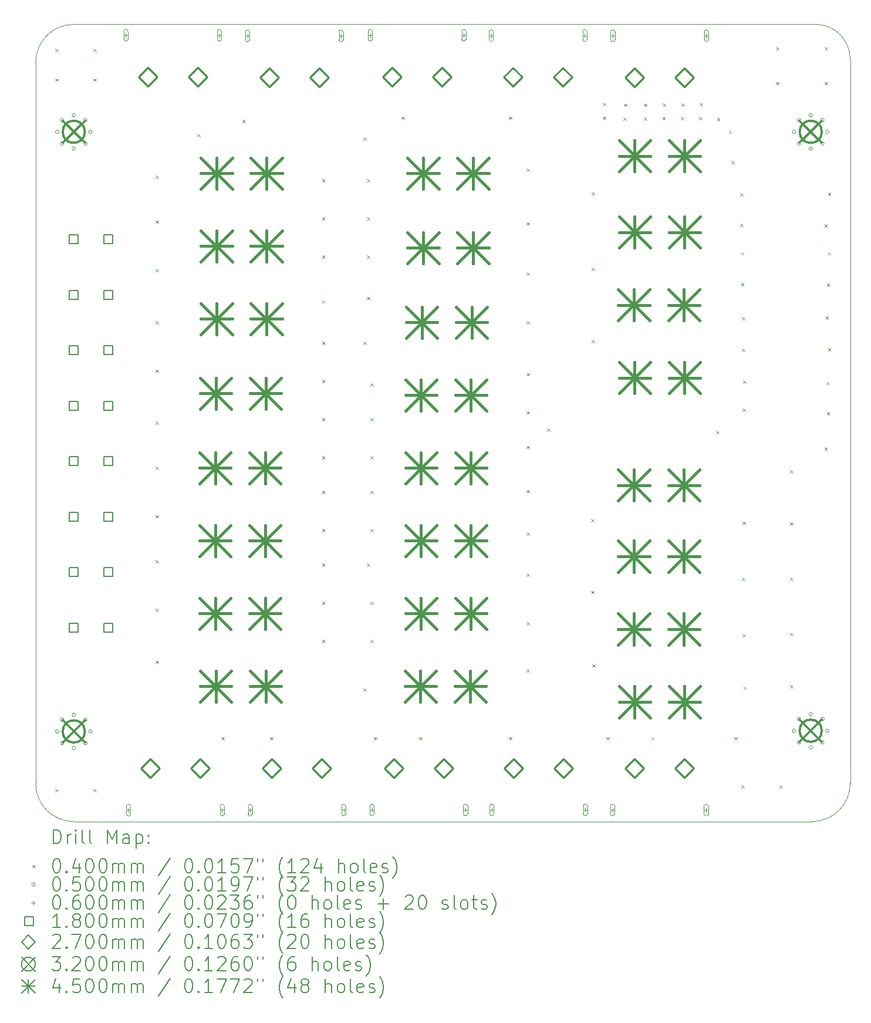
<source format=gbr>
%TF.GenerationSoftware,KiCad,Pcbnew,8.0.3*%
%TF.CreationDate,2024-08-18T15:05:49+02:00*%
%TF.ProjectId,terminal_block,7465726d-696e-4616-9c5f-626c6f636b2e,1*%
%TF.SameCoordinates,Original*%
%TF.FileFunction,Drillmap*%
%TF.FilePolarity,Positive*%
%FSLAX45Y45*%
G04 Gerber Fmt 4.5, Leading zero omitted, Abs format (unit mm)*
G04 Created by KiCad (PCBNEW 8.0.3) date 2024-08-18 15:05:49*
%MOMM*%
%LPD*%
G01*
G04 APERTURE LIST*
%ADD10C,0.100000*%
%ADD11C,0.200000*%
%ADD12C,0.180000*%
%ADD13C,0.270000*%
%ADD14C,0.320000*%
%ADD15C,0.450000*%
G04 APERTURE END LIST*
D10*
X19699927Y-14749814D02*
X9050000Y-14750000D01*
X20249927Y-14199814D02*
G75*
G02*
X19699927Y-14749807I-549997J5D01*
G01*
X8500000Y-14200000D02*
X8500000Y-3800000D01*
X19750000Y-3250000D02*
G75*
G02*
X20250000Y-3750000I0J-500000D01*
G01*
X9050000Y-3250000D02*
X19750000Y-3250000D01*
X20249927Y-14199814D02*
X20250000Y-3750000D01*
X9050000Y-14750000D02*
G75*
G02*
X8500000Y-14200000I0J550000D01*
G01*
X8500000Y-3800000D02*
G75*
G02*
X9050000Y-3250000I550000J0D01*
G01*
D11*
D10*
X8780000Y-4030000D02*
X8820000Y-4070000D01*
X8820000Y-4030000D02*
X8780000Y-4070000D01*
X8780000Y-14280000D02*
X8820000Y-14320000D01*
X8820000Y-14280000D02*
X8780000Y-14320000D01*
X8783528Y-3604220D02*
X8823528Y-3644220D01*
X8823528Y-3604220D02*
X8783528Y-3644220D01*
X9330000Y-4030000D02*
X9370000Y-4070000D01*
X9370000Y-4030000D02*
X9330000Y-4070000D01*
X9330000Y-14280000D02*
X9370000Y-14320000D01*
X9370000Y-14280000D02*
X9330000Y-14320000D01*
X9333528Y-3604220D02*
X9373528Y-3644220D01*
X9373528Y-3604220D02*
X9333528Y-3644220D01*
X10230000Y-5430000D02*
X10270000Y-5470000D01*
X10270000Y-5430000D02*
X10230000Y-5470000D01*
X10230000Y-6080000D02*
X10270000Y-6120000D01*
X10270000Y-6080000D02*
X10230000Y-6120000D01*
X10230000Y-6780000D02*
X10270000Y-6820000D01*
X10270000Y-6780000D02*
X10230000Y-6820000D01*
X10230000Y-7530000D02*
X10270000Y-7570000D01*
X10270000Y-7530000D02*
X10230000Y-7570000D01*
X10230000Y-8230000D02*
X10270000Y-8270000D01*
X10270000Y-8230000D02*
X10230000Y-8270000D01*
X10230000Y-8980000D02*
X10270000Y-9020000D01*
X10270000Y-8980000D02*
X10230000Y-9020000D01*
X10230000Y-9630000D02*
X10270000Y-9670000D01*
X10270000Y-9630000D02*
X10230000Y-9670000D01*
X10230000Y-10330000D02*
X10270000Y-10370000D01*
X10270000Y-10330000D02*
X10230000Y-10370000D01*
X10230000Y-10980000D02*
X10270000Y-11020000D01*
X10270000Y-10980000D02*
X10230000Y-11020000D01*
X10230000Y-11680000D02*
X10270000Y-11720000D01*
X10270000Y-11680000D02*
X10230000Y-11720000D01*
X10230000Y-12430000D02*
X10270000Y-12470000D01*
X10270000Y-12430000D02*
X10230000Y-12470000D01*
X10830000Y-4830000D02*
X10870000Y-4870000D01*
X10870000Y-4830000D02*
X10830000Y-4870000D01*
X11180000Y-13530000D02*
X11220000Y-13570000D01*
X11220000Y-13530000D02*
X11180000Y-13570000D01*
X11480000Y-4630000D02*
X11520000Y-4670000D01*
X11520000Y-4630000D02*
X11480000Y-4670000D01*
X11880000Y-13530000D02*
X11920000Y-13570000D01*
X11920000Y-13530000D02*
X11880000Y-13570000D01*
X12630000Y-5480000D02*
X12670000Y-5520000D01*
X12670000Y-5480000D02*
X12630000Y-5520000D01*
X12630000Y-6030000D02*
X12670000Y-6070000D01*
X12670000Y-6030000D02*
X12630000Y-6070000D01*
X12630000Y-6580000D02*
X12670000Y-6620000D01*
X12670000Y-6580000D02*
X12630000Y-6620000D01*
X12630000Y-7230000D02*
X12670000Y-7270000D01*
X12670000Y-7230000D02*
X12630000Y-7270000D01*
X12630000Y-7830000D02*
X12670000Y-7870000D01*
X12670000Y-7830000D02*
X12630000Y-7870000D01*
X12630000Y-8380000D02*
X12670000Y-8420000D01*
X12670000Y-8380000D02*
X12630000Y-8420000D01*
X12630000Y-8930000D02*
X12670000Y-8970000D01*
X12670000Y-8930000D02*
X12630000Y-8970000D01*
X12630000Y-9480000D02*
X12670000Y-9520000D01*
X12670000Y-9480000D02*
X12630000Y-9520000D01*
X12630000Y-9980000D02*
X12670000Y-10020000D01*
X12670000Y-9980000D02*
X12630000Y-10020000D01*
X12630000Y-10530000D02*
X12670000Y-10570000D01*
X12670000Y-10530000D02*
X12630000Y-10570000D01*
X12630000Y-11030000D02*
X12670000Y-11070000D01*
X12670000Y-11030000D02*
X12630000Y-11070000D01*
X12630000Y-11580000D02*
X12670000Y-11620000D01*
X12670000Y-11580000D02*
X12630000Y-11620000D01*
X12630000Y-12130000D02*
X12670000Y-12170000D01*
X12670000Y-12130000D02*
X12630000Y-12170000D01*
X13230000Y-4880000D02*
X13270000Y-4920000D01*
X13270000Y-4880000D02*
X13230000Y-4920000D01*
X13230000Y-7830000D02*
X13270000Y-7870000D01*
X13270000Y-7830000D02*
X13230000Y-7870000D01*
X13230000Y-12830000D02*
X13270000Y-12870000D01*
X13270000Y-12830000D02*
X13230000Y-12870000D01*
X13280000Y-5480000D02*
X13320000Y-5520000D01*
X13320000Y-5480000D02*
X13280000Y-5520000D01*
X13280000Y-6030000D02*
X13320000Y-6070000D01*
X13320000Y-6030000D02*
X13280000Y-6070000D01*
X13280000Y-6580000D02*
X13320000Y-6620000D01*
X13320000Y-6580000D02*
X13280000Y-6620000D01*
X13280000Y-7180000D02*
X13320000Y-7220000D01*
X13320000Y-7180000D02*
X13280000Y-7220000D01*
X13280000Y-11030000D02*
X13320000Y-11070000D01*
X13320000Y-11030000D02*
X13280000Y-11070000D01*
X13330000Y-8430000D02*
X13370000Y-8470000D01*
X13370000Y-8430000D02*
X13330000Y-8470000D01*
X13330000Y-8930000D02*
X13370000Y-8970000D01*
X13370000Y-8930000D02*
X13330000Y-8970000D01*
X13330000Y-9480000D02*
X13370000Y-9520000D01*
X13370000Y-9480000D02*
X13330000Y-9520000D01*
X13330000Y-9980000D02*
X13370000Y-10020000D01*
X13370000Y-9980000D02*
X13330000Y-10020000D01*
X13330000Y-10530000D02*
X13370000Y-10570000D01*
X13370000Y-10530000D02*
X13330000Y-10570000D01*
X13330000Y-11580000D02*
X13370000Y-11620000D01*
X13370000Y-11580000D02*
X13330000Y-11620000D01*
X13330000Y-12130000D02*
X13370000Y-12170000D01*
X13370000Y-12130000D02*
X13330000Y-12170000D01*
X13380000Y-13530000D02*
X13420000Y-13570000D01*
X13420000Y-13530000D02*
X13380000Y-13570000D01*
X13780000Y-4580000D02*
X13820000Y-4620000D01*
X13820000Y-4580000D02*
X13780000Y-4620000D01*
X14030000Y-13530000D02*
X14070000Y-13570000D01*
X14070000Y-13530000D02*
X14030000Y-13570000D01*
X15330000Y-4580000D02*
X15370000Y-4620000D01*
X15370000Y-4580000D02*
X15330000Y-4620000D01*
X15330000Y-13530000D02*
X15370000Y-13570000D01*
X15370000Y-13530000D02*
X15330000Y-13570000D01*
X15580000Y-5330000D02*
X15620000Y-5370000D01*
X15620000Y-5330000D02*
X15580000Y-5370000D01*
X15580000Y-6105222D02*
X15620000Y-6145222D01*
X15620000Y-6105222D02*
X15580000Y-6145222D01*
X15580000Y-6830000D02*
X15620000Y-6870000D01*
X15620000Y-6830000D02*
X15580000Y-6870000D01*
X15580000Y-7530000D02*
X15620000Y-7570000D01*
X15620000Y-7530000D02*
X15580000Y-7570000D01*
X15580000Y-8280000D02*
X15620000Y-8320000D01*
X15620000Y-8280000D02*
X15580000Y-8320000D01*
X15580000Y-8830000D02*
X15620000Y-8870000D01*
X15620000Y-8830000D02*
X15580000Y-8870000D01*
X15580000Y-9330000D02*
X15620000Y-9370000D01*
X15620000Y-9330000D02*
X15580000Y-9370000D01*
X15580000Y-9965105D02*
X15620000Y-10005105D01*
X15620000Y-9965105D02*
X15580000Y-10005105D01*
X15580000Y-10580000D02*
X15620000Y-10620000D01*
X15620000Y-10580000D02*
X15580000Y-10620000D01*
X15580000Y-11173832D02*
X15620000Y-11213832D01*
X15620000Y-11173832D02*
X15580000Y-11213832D01*
X15580000Y-11875401D02*
X15620000Y-11915401D01*
X15620000Y-11875401D02*
X15580000Y-11915401D01*
X15580000Y-12551612D02*
X15620000Y-12591612D01*
X15620000Y-12551612D02*
X15580000Y-12591612D01*
X15880000Y-9080000D02*
X15920000Y-9120000D01*
X15920000Y-9080000D02*
X15880000Y-9120000D01*
X16514662Y-10382431D02*
X16554662Y-10422431D01*
X16554662Y-10382431D02*
X16514662Y-10422431D01*
X16514662Y-11422109D02*
X16554662Y-11462109D01*
X16554662Y-11422109D02*
X16514662Y-11462109D01*
X16518299Y-5671497D02*
X16558299Y-5711497D01*
X16558299Y-5671497D02*
X16518299Y-5711497D01*
X16518299Y-6759650D02*
X16558299Y-6799650D01*
X16558299Y-6759650D02*
X16518299Y-6799650D01*
X16518299Y-7801001D02*
X16558299Y-7841001D01*
X16558299Y-7801001D02*
X16518299Y-7841001D01*
X16530000Y-12480000D02*
X16570000Y-12520000D01*
X16570000Y-12480000D02*
X16530000Y-12520000D01*
X16680000Y-4580000D02*
X16720000Y-4620000D01*
X16720000Y-4580000D02*
X16680000Y-4620000D01*
X16685149Y-4381004D02*
X16725149Y-4421004D01*
X16725149Y-4381004D02*
X16685149Y-4421004D01*
X16730000Y-13530000D02*
X16770000Y-13570000D01*
X16770000Y-13530000D02*
X16730000Y-13570000D01*
X16980731Y-4593504D02*
X17020731Y-4633504D01*
X17020731Y-4593504D02*
X16980731Y-4633504D01*
X16985879Y-4394508D02*
X17025879Y-4434508D01*
X17025879Y-4394508D02*
X16985879Y-4434508D01*
X17271728Y-4593504D02*
X17311728Y-4633504D01*
X17311728Y-4593504D02*
X17271728Y-4633504D01*
X17276877Y-4394508D02*
X17316877Y-4434508D01*
X17316877Y-4394508D02*
X17276877Y-4434508D01*
X17380000Y-13530000D02*
X17420000Y-13570000D01*
X17420000Y-13530000D02*
X17380000Y-13570000D01*
X17540341Y-4587908D02*
X17580341Y-4627908D01*
X17580341Y-4587908D02*
X17540341Y-4627908D01*
X17545490Y-4388912D02*
X17585490Y-4428912D01*
X17585490Y-4388912D02*
X17545490Y-4428912D01*
X17808954Y-4587908D02*
X17848954Y-4627908D01*
X17848954Y-4587908D02*
X17808954Y-4627908D01*
X17814103Y-4388912D02*
X17854103Y-4428912D01*
X17854103Y-4388912D02*
X17814103Y-4428912D01*
X18071971Y-4582312D02*
X18111971Y-4622312D01*
X18111971Y-4582312D02*
X18071971Y-4622312D01*
X18077120Y-4383316D02*
X18117120Y-4423316D01*
X18117120Y-4383316D02*
X18077120Y-4423316D01*
X18316041Y-9116764D02*
X18356041Y-9156764D01*
X18356041Y-9116764D02*
X18316041Y-9156764D01*
X18329392Y-4599100D02*
X18369392Y-4639100D01*
X18369392Y-4599100D02*
X18329392Y-4639100D01*
X18497275Y-4783771D02*
X18537275Y-4823771D01*
X18537275Y-4783771D02*
X18497275Y-4823771D01*
X18536448Y-5220268D02*
X18576448Y-5260268D01*
X18576448Y-5220268D02*
X18536448Y-5260268D01*
X18580000Y-13530000D02*
X18620000Y-13570000D01*
X18620000Y-13530000D02*
X18580000Y-13570000D01*
X18664347Y-5688123D02*
X18704347Y-5728123D01*
X18704347Y-5688123D02*
X18664347Y-5728123D01*
X18664347Y-6123506D02*
X18704347Y-6163506D01*
X18704347Y-6123506D02*
X18664347Y-6163506D01*
X18675232Y-6537120D02*
X18715232Y-6577120D01*
X18715232Y-6537120D02*
X18675232Y-6577120D01*
X18675232Y-6983387D02*
X18715232Y-7023387D01*
X18715232Y-6983387D02*
X18675232Y-7023387D01*
X18680000Y-14230000D02*
X18720000Y-14270000D01*
X18720000Y-14230000D02*
X18680000Y-14270000D01*
X18686117Y-7473193D02*
X18726117Y-7513193D01*
X18726117Y-7473193D02*
X18686117Y-7513193D01*
X18686117Y-7930345D02*
X18726117Y-7970345D01*
X18726117Y-7930345D02*
X18686117Y-7970345D01*
X18689244Y-11232701D02*
X18729244Y-11272701D01*
X18729244Y-11232701D02*
X18689244Y-11272701D01*
X18697001Y-8790226D02*
X18737001Y-8830226D01*
X18737001Y-8790226D02*
X18697001Y-8830226D01*
X18699628Y-10422738D02*
X18739628Y-10462738D01*
X18739628Y-10422738D02*
X18699628Y-10462738D01*
X18699628Y-12042664D02*
X18739628Y-12082664D01*
X18739628Y-12042664D02*
X18699628Y-12082664D01*
X18707886Y-8387497D02*
X18747886Y-8427497D01*
X18747886Y-8387497D02*
X18707886Y-8427497D01*
X18710012Y-12800706D02*
X18750012Y-12840706D01*
X18750012Y-12800706D02*
X18710012Y-12840706D01*
X19180000Y-3580000D02*
X19220000Y-3620000D01*
X19220000Y-3580000D02*
X19180000Y-3620000D01*
X19180000Y-4080000D02*
X19220000Y-4120000D01*
X19220000Y-4080000D02*
X19180000Y-4120000D01*
X19230000Y-14230000D02*
X19270000Y-14270000D01*
X19270000Y-14230000D02*
X19230000Y-14270000D01*
X19380000Y-9680000D02*
X19420000Y-9720000D01*
X19420000Y-9680000D02*
X19380000Y-9720000D01*
X19380000Y-10430000D02*
X19420000Y-10470000D01*
X19420000Y-10430000D02*
X19380000Y-10470000D01*
X19380000Y-11230000D02*
X19420000Y-11270000D01*
X19420000Y-11230000D02*
X19380000Y-11270000D01*
X19380000Y-12030000D02*
X19420000Y-12070000D01*
X19420000Y-12030000D02*
X19380000Y-12070000D01*
X19380000Y-12780000D02*
X19420000Y-12820000D01*
X19420000Y-12780000D02*
X19380000Y-12820000D01*
X19877504Y-6132812D02*
X19917504Y-6172812D01*
X19917504Y-6132812D02*
X19877504Y-6172812D01*
X19877504Y-9352570D02*
X19917504Y-9392570D01*
X19917504Y-9352570D02*
X19877504Y-9392570D01*
X19880000Y-3580000D02*
X19920000Y-3620000D01*
X19920000Y-3580000D02*
X19880000Y-3620000D01*
X19880000Y-4080000D02*
X19920000Y-4120000D01*
X19920000Y-4080000D02*
X19880000Y-4120000D01*
X19895003Y-7462712D02*
X19935003Y-7502712D01*
X19935003Y-7462712D02*
X19895003Y-7502712D01*
X19912501Y-6990247D02*
X19952501Y-7030247D01*
X19952501Y-6990247D02*
X19912501Y-7030247D01*
X19912501Y-8407641D02*
X19952501Y-8447641D01*
X19952501Y-8407641D02*
X19912501Y-8447641D01*
X19912501Y-8845108D02*
X19952501Y-8885108D01*
X19952501Y-8845108D02*
X19912501Y-8885108D01*
X19930000Y-5677846D02*
X19970000Y-5717846D01*
X19970000Y-5677846D02*
X19930000Y-5717846D01*
X19930000Y-6535282D02*
X19970000Y-6575282D01*
X19970000Y-6535282D02*
X19930000Y-6575282D01*
X19930000Y-7917678D02*
X19970000Y-7957678D01*
X19970000Y-7917678D02*
X19930000Y-7957678D01*
X8835000Y-4800000D02*
G75*
G02*
X8785000Y-4800000I-25000J0D01*
G01*
X8785000Y-4800000D02*
G75*
G02*
X8835000Y-4800000I25000J0D01*
G01*
X8835000Y-13450000D02*
G75*
G02*
X8785000Y-13450000I-25000J0D01*
G01*
X8785000Y-13450000D02*
G75*
G02*
X8835000Y-13450000I25000J0D01*
G01*
X8905294Y-4630294D02*
G75*
G02*
X8855294Y-4630294I-25000J0D01*
G01*
X8855294Y-4630294D02*
G75*
G02*
X8905294Y-4630294I25000J0D01*
G01*
X8905294Y-4969706D02*
G75*
G02*
X8855294Y-4969706I-25000J0D01*
G01*
X8855294Y-4969706D02*
G75*
G02*
X8905294Y-4969706I25000J0D01*
G01*
X8905294Y-13280294D02*
G75*
G02*
X8855294Y-13280294I-25000J0D01*
G01*
X8855294Y-13280294D02*
G75*
G02*
X8905294Y-13280294I25000J0D01*
G01*
X8905294Y-13619706D02*
G75*
G02*
X8855294Y-13619706I-25000J0D01*
G01*
X8855294Y-13619706D02*
G75*
G02*
X8905294Y-13619706I25000J0D01*
G01*
X9075000Y-4560000D02*
G75*
G02*
X9025000Y-4560000I-25000J0D01*
G01*
X9025000Y-4560000D02*
G75*
G02*
X9075000Y-4560000I25000J0D01*
G01*
X9075000Y-5040000D02*
G75*
G02*
X9025000Y-5040000I-25000J0D01*
G01*
X9025000Y-5040000D02*
G75*
G02*
X9075000Y-5040000I25000J0D01*
G01*
X9075000Y-13210000D02*
G75*
G02*
X9025000Y-13210000I-25000J0D01*
G01*
X9025000Y-13210000D02*
G75*
G02*
X9075000Y-13210000I25000J0D01*
G01*
X9075000Y-13690000D02*
G75*
G02*
X9025000Y-13690000I-25000J0D01*
G01*
X9025000Y-13690000D02*
G75*
G02*
X9075000Y-13690000I25000J0D01*
G01*
X9244706Y-4630294D02*
G75*
G02*
X9194706Y-4630294I-25000J0D01*
G01*
X9194706Y-4630294D02*
G75*
G02*
X9244706Y-4630294I25000J0D01*
G01*
X9244706Y-4969706D02*
G75*
G02*
X9194706Y-4969706I-25000J0D01*
G01*
X9194706Y-4969706D02*
G75*
G02*
X9244706Y-4969706I25000J0D01*
G01*
X9244706Y-13280294D02*
G75*
G02*
X9194706Y-13280294I-25000J0D01*
G01*
X9194706Y-13280294D02*
G75*
G02*
X9244706Y-13280294I25000J0D01*
G01*
X9244706Y-13619706D02*
G75*
G02*
X9194706Y-13619706I-25000J0D01*
G01*
X9194706Y-13619706D02*
G75*
G02*
X9244706Y-13619706I25000J0D01*
G01*
X9315000Y-4800000D02*
G75*
G02*
X9265000Y-4800000I-25000J0D01*
G01*
X9265000Y-4800000D02*
G75*
G02*
X9315000Y-4800000I25000J0D01*
G01*
X9315000Y-13450000D02*
G75*
G02*
X9265000Y-13450000I-25000J0D01*
G01*
X9265000Y-13450000D02*
G75*
G02*
X9315000Y-13450000I25000J0D01*
G01*
X19465294Y-4800000D02*
G75*
G02*
X19415294Y-4800000I-25000J0D01*
G01*
X19415294Y-4800000D02*
G75*
G02*
X19465294Y-4800000I25000J0D01*
G01*
X19465294Y-13440000D02*
G75*
G02*
X19415294Y-13440000I-25000J0D01*
G01*
X19415294Y-13440000D02*
G75*
G02*
X19465294Y-13440000I25000J0D01*
G01*
X19535589Y-4630294D02*
G75*
G02*
X19485589Y-4630294I-25000J0D01*
G01*
X19485589Y-4630294D02*
G75*
G02*
X19535589Y-4630294I25000J0D01*
G01*
X19535589Y-4969706D02*
G75*
G02*
X19485589Y-4969706I-25000J0D01*
G01*
X19485589Y-4969706D02*
G75*
G02*
X19535589Y-4969706I25000J0D01*
G01*
X19535589Y-13270294D02*
G75*
G02*
X19485589Y-13270294I-25000J0D01*
G01*
X19485589Y-13270294D02*
G75*
G02*
X19535589Y-13270294I25000J0D01*
G01*
X19535589Y-13609706D02*
G75*
G02*
X19485589Y-13609706I-25000J0D01*
G01*
X19485589Y-13609706D02*
G75*
G02*
X19535589Y-13609706I25000J0D01*
G01*
X19705294Y-4560000D02*
G75*
G02*
X19655294Y-4560000I-25000J0D01*
G01*
X19655294Y-4560000D02*
G75*
G02*
X19705294Y-4560000I25000J0D01*
G01*
X19705294Y-5040000D02*
G75*
G02*
X19655294Y-5040000I-25000J0D01*
G01*
X19655294Y-5040000D02*
G75*
G02*
X19705294Y-5040000I25000J0D01*
G01*
X19705294Y-13200000D02*
G75*
G02*
X19655294Y-13200000I-25000J0D01*
G01*
X19655294Y-13200000D02*
G75*
G02*
X19705294Y-13200000I25000J0D01*
G01*
X19705294Y-13680000D02*
G75*
G02*
X19655294Y-13680000I-25000J0D01*
G01*
X19655294Y-13680000D02*
G75*
G02*
X19705294Y-13680000I25000J0D01*
G01*
X19875000Y-4630294D02*
G75*
G02*
X19825000Y-4630294I-25000J0D01*
G01*
X19825000Y-4630294D02*
G75*
G02*
X19875000Y-4630294I25000J0D01*
G01*
X19875000Y-4969706D02*
G75*
G02*
X19825000Y-4969706I-25000J0D01*
G01*
X19825000Y-4969706D02*
G75*
G02*
X19875000Y-4969706I25000J0D01*
G01*
X19875000Y-13270294D02*
G75*
G02*
X19825000Y-13270294I-25000J0D01*
G01*
X19825000Y-13270294D02*
G75*
G02*
X19875000Y-13270294I25000J0D01*
G01*
X19875000Y-13609706D02*
G75*
G02*
X19825000Y-13609706I-25000J0D01*
G01*
X19825000Y-13609706D02*
G75*
G02*
X19875000Y-13609706I25000J0D01*
G01*
X19945294Y-4800000D02*
G75*
G02*
X19895294Y-4800000I-25000J0D01*
G01*
X19895294Y-4800000D02*
G75*
G02*
X19945294Y-4800000I25000J0D01*
G01*
X19945294Y-13440000D02*
G75*
G02*
X19895294Y-13440000I-25000J0D01*
G01*
X19895294Y-13440000D02*
G75*
G02*
X19945294Y-13440000I25000J0D01*
G01*
X9800697Y-3378073D02*
X9800697Y-3438073D01*
X9770697Y-3408073D02*
X9830697Y-3408073D01*
X9770697Y-3353073D02*
X9770697Y-3463073D01*
X9830697Y-3463073D02*
G75*
G02*
X9770697Y-3463073I-30000J0D01*
G01*
X9830697Y-3463073D02*
X9830697Y-3353073D01*
X9830697Y-3353073D02*
G75*
G03*
X9770697Y-3353073I-30000J0D01*
G01*
X9839288Y-14554285D02*
X9839288Y-14614285D01*
X9809288Y-14584285D02*
X9869288Y-14584285D01*
X9869288Y-14639285D02*
X9869288Y-14529285D01*
X9809288Y-14529285D02*
G75*
G02*
X9869288Y-14529285I30000J0D01*
G01*
X9809288Y-14529285D02*
X9809288Y-14639285D01*
X9809288Y-14639285D02*
G75*
G03*
X9869288Y-14639285I30000J0D01*
G01*
X11150697Y-3378073D02*
X11150697Y-3438073D01*
X11120697Y-3408073D02*
X11180697Y-3408073D01*
X11120697Y-3353073D02*
X11120697Y-3463073D01*
X11180697Y-3463073D02*
G75*
G02*
X11120697Y-3463073I-30000J0D01*
G01*
X11180697Y-3463073D02*
X11180697Y-3353073D01*
X11180697Y-3353073D02*
G75*
G03*
X11120697Y-3353073I-30000J0D01*
G01*
X11189288Y-14554285D02*
X11189288Y-14614285D01*
X11159288Y-14584285D02*
X11219288Y-14584285D01*
X11219288Y-14639285D02*
X11219288Y-14529285D01*
X11159288Y-14529285D02*
G75*
G02*
X11219288Y-14529285I30000J0D01*
G01*
X11159288Y-14529285D02*
X11159288Y-14639285D01*
X11159288Y-14639285D02*
G75*
G03*
X11219288Y-14639285I30000J0D01*
G01*
X11555966Y-3385696D02*
X11555966Y-3445696D01*
X11525966Y-3415696D02*
X11585966Y-3415696D01*
X11525966Y-3360696D02*
X11525966Y-3470696D01*
X11585966Y-3470696D02*
G75*
G02*
X11525966Y-3470696I-30000J0D01*
G01*
X11585966Y-3470696D02*
X11585966Y-3360696D01*
X11585966Y-3360696D02*
G75*
G03*
X11525966Y-3360696I-30000J0D01*
G01*
X11593116Y-14555092D02*
X11593116Y-14615092D01*
X11563116Y-14585092D02*
X11623116Y-14585092D01*
X11623116Y-14640092D02*
X11623116Y-14530092D01*
X11563116Y-14530092D02*
G75*
G02*
X11623116Y-14530092I30000J0D01*
G01*
X11563116Y-14530092D02*
X11563116Y-14640092D01*
X11563116Y-14640092D02*
G75*
G03*
X11623116Y-14640092I30000J0D01*
G01*
X12905966Y-3385696D02*
X12905966Y-3445696D01*
X12875966Y-3415696D02*
X12935966Y-3415696D01*
X12875966Y-3360696D02*
X12875966Y-3470696D01*
X12935966Y-3470696D02*
G75*
G02*
X12875966Y-3470696I-30000J0D01*
G01*
X12935966Y-3470696D02*
X12935966Y-3360696D01*
X12935966Y-3360696D02*
G75*
G03*
X12875966Y-3360696I-30000J0D01*
G01*
X12943116Y-14555092D02*
X12943116Y-14615092D01*
X12913116Y-14585092D02*
X12973116Y-14585092D01*
X12973116Y-14640092D02*
X12973116Y-14530092D01*
X12913116Y-14530092D02*
G75*
G02*
X12973116Y-14530092I30000J0D01*
G01*
X12913116Y-14530092D02*
X12913116Y-14640092D01*
X12913116Y-14640092D02*
G75*
G03*
X12973116Y-14640092I30000J0D01*
G01*
X13325697Y-3378073D02*
X13325697Y-3438073D01*
X13295697Y-3408073D02*
X13355697Y-3408073D01*
X13295697Y-3353073D02*
X13295697Y-3463073D01*
X13355697Y-3463073D02*
G75*
G02*
X13295697Y-3463073I-30000J0D01*
G01*
X13355697Y-3463073D02*
X13355697Y-3353073D01*
X13355697Y-3353073D02*
G75*
G03*
X13295697Y-3353073I-30000J0D01*
G01*
X13350000Y-14552039D02*
X13350000Y-14612039D01*
X13320000Y-14582039D02*
X13380000Y-14582039D01*
X13380000Y-14637039D02*
X13380000Y-14527039D01*
X13320000Y-14527039D02*
G75*
G02*
X13380000Y-14527039I30000J0D01*
G01*
X13320000Y-14527039D02*
X13320000Y-14637039D01*
X13320000Y-14637039D02*
G75*
G03*
X13380000Y-14637039I30000J0D01*
G01*
X14675697Y-3378073D02*
X14675697Y-3438073D01*
X14645697Y-3408073D02*
X14705697Y-3408073D01*
X14645697Y-3353073D02*
X14645697Y-3463073D01*
X14705697Y-3463073D02*
G75*
G02*
X14645697Y-3463073I-30000J0D01*
G01*
X14705697Y-3463073D02*
X14705697Y-3353073D01*
X14705697Y-3353073D02*
G75*
G03*
X14645697Y-3353073I-30000J0D01*
G01*
X14700000Y-14552039D02*
X14700000Y-14612039D01*
X14670000Y-14582039D02*
X14730000Y-14582039D01*
X14730000Y-14637039D02*
X14730000Y-14527039D01*
X14670000Y-14527039D02*
G75*
G02*
X14730000Y-14527039I30000J0D01*
G01*
X14670000Y-14527039D02*
X14670000Y-14637039D01*
X14670000Y-14637039D02*
G75*
G03*
X14730000Y-14637039I30000J0D01*
G01*
X15070167Y-3381888D02*
X15070167Y-3441888D01*
X15040167Y-3411888D02*
X15100167Y-3411888D01*
X15040167Y-3356888D02*
X15040167Y-3466888D01*
X15100167Y-3466888D02*
G75*
G02*
X15040167Y-3466888I-30000J0D01*
G01*
X15100167Y-3466888D02*
X15100167Y-3356888D01*
X15100167Y-3356888D02*
G75*
G03*
X15040167Y-3356888I-30000J0D01*
G01*
X15079079Y-14552039D02*
X15079079Y-14612039D01*
X15049079Y-14582039D02*
X15109079Y-14582039D01*
X15109079Y-14637039D02*
X15109079Y-14527039D01*
X15049079Y-14527039D02*
G75*
G02*
X15109079Y-14527039I30000J0D01*
G01*
X15049079Y-14527039D02*
X15049079Y-14637039D01*
X15049079Y-14637039D02*
G75*
G03*
X15109079Y-14637039I30000J0D01*
G01*
X16420167Y-3381888D02*
X16420167Y-3441888D01*
X16390167Y-3411888D02*
X16450167Y-3411888D01*
X16390167Y-3356888D02*
X16390167Y-3466888D01*
X16450167Y-3466888D02*
G75*
G02*
X16390167Y-3466888I-30000J0D01*
G01*
X16450167Y-3466888D02*
X16450167Y-3356888D01*
X16450167Y-3356888D02*
G75*
G03*
X16390167Y-3356888I-30000J0D01*
G01*
X16429079Y-14552039D02*
X16429079Y-14612039D01*
X16399079Y-14582039D02*
X16459079Y-14582039D01*
X16459079Y-14637039D02*
X16459079Y-14527039D01*
X16399079Y-14527039D02*
G75*
G02*
X16459079Y-14527039I30000J0D01*
G01*
X16399079Y-14527039D02*
X16399079Y-14637039D01*
X16399079Y-14637039D02*
G75*
G03*
X16459079Y-14637039I30000J0D01*
G01*
X16821373Y-14554105D02*
X16821373Y-14614105D01*
X16791373Y-14584105D02*
X16851373Y-14584105D01*
X16851373Y-14639105D02*
X16851373Y-14529105D01*
X16791373Y-14529105D02*
G75*
G02*
X16851373Y-14529105I30000J0D01*
G01*
X16791373Y-14529105D02*
X16791373Y-14639105D01*
X16791373Y-14639105D02*
G75*
G03*
X16851373Y-14639105I30000J0D01*
G01*
X16825000Y-3385000D02*
X16825000Y-3445000D01*
X16795000Y-3415000D02*
X16855000Y-3415000D01*
X16795000Y-3360000D02*
X16795000Y-3470000D01*
X16855000Y-3470000D02*
G75*
G02*
X16795000Y-3470000I-30000J0D01*
G01*
X16855000Y-3470000D02*
X16855000Y-3360000D01*
X16855000Y-3360000D02*
G75*
G03*
X16795000Y-3360000I-30000J0D01*
G01*
X18171373Y-14554105D02*
X18171373Y-14614105D01*
X18141373Y-14584105D02*
X18201373Y-14584105D01*
X18201373Y-14639105D02*
X18201373Y-14529105D01*
X18141373Y-14529105D02*
G75*
G02*
X18201373Y-14529105I30000J0D01*
G01*
X18141373Y-14529105D02*
X18141373Y-14639105D01*
X18141373Y-14639105D02*
G75*
G03*
X18201373Y-14639105I30000J0D01*
G01*
X18175000Y-3385000D02*
X18175000Y-3445000D01*
X18145000Y-3415000D02*
X18205000Y-3415000D01*
X18145000Y-3360000D02*
X18145000Y-3470000D01*
X18205000Y-3470000D02*
G75*
G02*
X18145000Y-3470000I-30000J0D01*
G01*
X18205000Y-3470000D02*
X18205000Y-3360000D01*
X18205000Y-3360000D02*
G75*
G03*
X18145000Y-3360000I-30000J0D01*
G01*
D12*
X9113640Y-6413640D02*
X9113640Y-6286360D01*
X8986360Y-6286360D01*
X8986360Y-6413640D01*
X9113640Y-6413640D01*
X9113640Y-7213640D02*
X9113640Y-7086360D01*
X8986360Y-7086360D01*
X8986360Y-7213640D01*
X9113640Y-7213640D01*
X9113640Y-8013640D02*
X9113640Y-7886360D01*
X8986360Y-7886360D01*
X8986360Y-8013640D01*
X9113640Y-8013640D01*
X9113640Y-8813640D02*
X9113640Y-8686360D01*
X8986360Y-8686360D01*
X8986360Y-8813640D01*
X9113640Y-8813640D01*
X9113640Y-9613640D02*
X9113640Y-9486360D01*
X8986360Y-9486360D01*
X8986360Y-9613640D01*
X9113640Y-9613640D01*
X9113640Y-10413640D02*
X9113640Y-10286360D01*
X8986360Y-10286360D01*
X8986360Y-10413640D01*
X9113640Y-10413640D01*
X9113640Y-11213640D02*
X9113640Y-11086360D01*
X8986360Y-11086360D01*
X8986360Y-11213640D01*
X9113640Y-11213640D01*
X9113640Y-12013640D02*
X9113640Y-11886360D01*
X8986360Y-11886360D01*
X8986360Y-12013640D01*
X9113640Y-12013640D01*
X9613640Y-6413640D02*
X9613640Y-6286360D01*
X9486360Y-6286360D01*
X9486360Y-6413640D01*
X9613640Y-6413640D01*
X9613640Y-7213640D02*
X9613640Y-7086360D01*
X9486360Y-7086360D01*
X9486360Y-7213640D01*
X9613640Y-7213640D01*
X9613640Y-8013640D02*
X9613640Y-7886360D01*
X9486360Y-7886360D01*
X9486360Y-8013640D01*
X9613640Y-8013640D01*
X9613640Y-8813640D02*
X9613640Y-8686360D01*
X9486360Y-8686360D01*
X9486360Y-8813640D01*
X9613640Y-8813640D01*
X9613640Y-9613640D02*
X9613640Y-9486360D01*
X9486360Y-9486360D01*
X9486360Y-9613640D01*
X9613640Y-9613640D01*
X9613640Y-10413640D02*
X9613640Y-10286360D01*
X9486360Y-10286360D01*
X9486360Y-10413640D01*
X9613640Y-10413640D01*
X9613640Y-11213640D02*
X9613640Y-11086360D01*
X9486360Y-11086360D01*
X9486360Y-11213640D01*
X9613640Y-11213640D01*
X9613640Y-12013640D02*
X9613640Y-11886360D01*
X9486360Y-11886360D01*
X9486360Y-12013640D01*
X9613640Y-12013640D01*
D13*
X10115697Y-4143073D02*
X10250697Y-4008073D01*
X10115697Y-3873073D01*
X9980697Y-4008073D01*
X10115697Y-4143073D01*
X10154288Y-14119285D02*
X10289288Y-13984285D01*
X10154288Y-13849285D01*
X10019288Y-13984285D01*
X10154288Y-14119285D01*
X10835697Y-4143073D02*
X10970697Y-4008073D01*
X10835697Y-3873073D01*
X10700697Y-4008073D01*
X10835697Y-4143073D01*
X10874288Y-14119285D02*
X11009288Y-13984285D01*
X10874288Y-13849285D01*
X10739288Y-13984285D01*
X10874288Y-14119285D01*
X11870966Y-4150696D02*
X12005966Y-4015696D01*
X11870966Y-3880696D01*
X11735966Y-4015696D01*
X11870966Y-4150696D01*
X11908116Y-14120092D02*
X12043116Y-13985092D01*
X11908116Y-13850092D01*
X11773116Y-13985092D01*
X11908116Y-14120092D01*
X12590966Y-4150696D02*
X12725966Y-4015696D01*
X12590966Y-3880696D01*
X12455966Y-4015696D01*
X12590966Y-4150696D01*
X12628116Y-14120092D02*
X12763116Y-13985092D01*
X12628116Y-13850092D01*
X12493116Y-13985092D01*
X12628116Y-14120092D01*
X13640697Y-4143073D02*
X13775697Y-4008073D01*
X13640697Y-3873073D01*
X13505697Y-4008073D01*
X13640697Y-4143073D01*
X13665000Y-14117039D02*
X13800000Y-13982039D01*
X13665000Y-13847039D01*
X13530000Y-13982039D01*
X13665000Y-14117039D01*
X14360697Y-4143073D02*
X14495697Y-4008073D01*
X14360697Y-3873073D01*
X14225697Y-4008073D01*
X14360697Y-4143073D01*
X14385000Y-14117039D02*
X14520000Y-13982039D01*
X14385000Y-13847039D01*
X14250000Y-13982039D01*
X14385000Y-14117039D01*
X15385167Y-4146888D02*
X15520167Y-4011888D01*
X15385167Y-3876888D01*
X15250167Y-4011888D01*
X15385167Y-4146888D01*
X15394079Y-14117039D02*
X15529079Y-13982039D01*
X15394079Y-13847039D01*
X15259079Y-13982039D01*
X15394079Y-14117039D01*
X16105167Y-4146888D02*
X16240167Y-4011888D01*
X16105167Y-3876888D01*
X15970167Y-4011888D01*
X16105167Y-4146888D01*
X16114079Y-14117039D02*
X16249079Y-13982039D01*
X16114079Y-13847039D01*
X15979079Y-13982039D01*
X16114079Y-14117039D01*
X17136373Y-14119105D02*
X17271373Y-13984105D01*
X17136373Y-13849105D01*
X17001373Y-13984105D01*
X17136373Y-14119105D01*
X17140000Y-4150000D02*
X17275000Y-4015000D01*
X17140000Y-3880000D01*
X17005000Y-4015000D01*
X17140000Y-4150000D01*
X17856373Y-14119105D02*
X17991373Y-13984105D01*
X17856373Y-13849105D01*
X17721373Y-13984105D01*
X17856373Y-14119105D01*
X17860000Y-4150000D02*
X17995000Y-4015000D01*
X17860000Y-3880000D01*
X17725000Y-4015000D01*
X17860000Y-4150000D01*
D14*
X8890000Y-4640000D02*
X9210000Y-4960000D01*
X9210000Y-4640000D02*
X8890000Y-4960000D01*
X9210000Y-4800000D02*
G75*
G02*
X8890000Y-4800000I-160000J0D01*
G01*
X8890000Y-4800000D02*
G75*
G02*
X9210000Y-4800000I160000J0D01*
G01*
X8890000Y-4640000D02*
X9210000Y-4960000D01*
X9210000Y-4640000D02*
X8890000Y-4960000D01*
X9210000Y-4800000D02*
G75*
G02*
X8890000Y-4800000I-160000J0D01*
G01*
X8890000Y-4800000D02*
G75*
G02*
X9210000Y-4800000I160000J0D01*
G01*
X8890000Y-13290000D02*
X9210000Y-13610000D01*
X9210000Y-13290000D02*
X8890000Y-13610000D01*
X9210000Y-13450000D02*
G75*
G02*
X8890000Y-13450000I-160000J0D01*
G01*
X8890000Y-13450000D02*
G75*
G02*
X9210000Y-13450000I160000J0D01*
G01*
X8890000Y-13290000D02*
X9210000Y-13610000D01*
X9210000Y-13290000D02*
X8890000Y-13610000D01*
X9210000Y-13450000D02*
G75*
G02*
X8890000Y-13450000I-160000J0D01*
G01*
X8890000Y-13450000D02*
G75*
G02*
X9210000Y-13450000I160000J0D01*
G01*
X19520294Y-4640000D02*
X19840294Y-4960000D01*
X19840294Y-4640000D02*
X19520294Y-4960000D01*
X19840294Y-4800000D02*
G75*
G02*
X19520294Y-4800000I-160000J0D01*
G01*
X19520294Y-4800000D02*
G75*
G02*
X19840294Y-4800000I160000J0D01*
G01*
X19520294Y-13280000D02*
X19840294Y-13600000D01*
X19840294Y-13280000D02*
X19520294Y-13600000D01*
X19840294Y-13440000D02*
G75*
G02*
X19520294Y-13440000I-160000J0D01*
G01*
X19520294Y-13440000D02*
G75*
G02*
X19840294Y-13440000I160000J0D01*
G01*
D15*
X10865000Y-9425000D02*
X11315000Y-9875000D01*
X11315000Y-9425000D02*
X10865000Y-9875000D01*
X11090000Y-9425000D02*
X11090000Y-9875000D01*
X10865000Y-9650000D02*
X11315000Y-9650000D01*
X10865000Y-10475000D02*
X11315000Y-10925000D01*
X11315000Y-10475000D02*
X10865000Y-10925000D01*
X11090000Y-10475000D02*
X11090000Y-10925000D01*
X10865000Y-10700000D02*
X11315000Y-10700000D01*
X10865000Y-11525000D02*
X11315000Y-11975000D01*
X11315000Y-11525000D02*
X10865000Y-11975000D01*
X11090000Y-11525000D02*
X11090000Y-11975000D01*
X10865000Y-11750000D02*
X11315000Y-11750000D01*
X10875000Y-8350000D02*
X11325000Y-8800000D01*
X11325000Y-8350000D02*
X10875000Y-8800000D01*
X11100000Y-8350000D02*
X11100000Y-8800000D01*
X10875000Y-8575000D02*
X11325000Y-8575000D01*
X10875000Y-12575000D02*
X11325000Y-13025000D01*
X11325000Y-12575000D02*
X10875000Y-13025000D01*
X11100000Y-12575000D02*
X11100000Y-13025000D01*
X10875000Y-12800000D02*
X11325000Y-12800000D01*
X10885000Y-5175000D02*
X11335000Y-5625000D01*
X11335000Y-5175000D02*
X10885000Y-5625000D01*
X11110000Y-5175000D02*
X11110000Y-5625000D01*
X10885000Y-5400000D02*
X11335000Y-5400000D01*
X10885000Y-6225000D02*
X11335000Y-6675000D01*
X11335000Y-6225000D02*
X10885000Y-6675000D01*
X11110000Y-6225000D02*
X11110000Y-6675000D01*
X10885000Y-6450000D02*
X11335000Y-6450000D01*
X10885000Y-7275000D02*
X11335000Y-7725000D01*
X11335000Y-7275000D02*
X10885000Y-7725000D01*
X11110000Y-7275000D02*
X11110000Y-7725000D01*
X10885000Y-7500000D02*
X11335000Y-7500000D01*
X11585000Y-9425000D02*
X12035000Y-9875000D01*
X12035000Y-9425000D02*
X11585000Y-9875000D01*
X11810000Y-9425000D02*
X11810000Y-9875000D01*
X11585000Y-9650000D02*
X12035000Y-9650000D01*
X11585000Y-10475000D02*
X12035000Y-10925000D01*
X12035000Y-10475000D02*
X11585000Y-10925000D01*
X11810000Y-10475000D02*
X11810000Y-10925000D01*
X11585000Y-10700000D02*
X12035000Y-10700000D01*
X11585000Y-11525000D02*
X12035000Y-11975000D01*
X12035000Y-11525000D02*
X11585000Y-11975000D01*
X11810000Y-11525000D02*
X11810000Y-11975000D01*
X11585000Y-11750000D02*
X12035000Y-11750000D01*
X11595000Y-8350000D02*
X12045000Y-8800000D01*
X12045000Y-8350000D02*
X11595000Y-8800000D01*
X11820000Y-8350000D02*
X11820000Y-8800000D01*
X11595000Y-8575000D02*
X12045000Y-8575000D01*
X11595000Y-12575000D02*
X12045000Y-13025000D01*
X12045000Y-12575000D02*
X11595000Y-13025000D01*
X11820000Y-12575000D02*
X11820000Y-13025000D01*
X11595000Y-12800000D02*
X12045000Y-12800000D01*
X11605000Y-5175000D02*
X12055000Y-5625000D01*
X12055000Y-5175000D02*
X11605000Y-5625000D01*
X11830000Y-5175000D02*
X11830000Y-5625000D01*
X11605000Y-5400000D02*
X12055000Y-5400000D01*
X11605000Y-6225000D02*
X12055000Y-6675000D01*
X12055000Y-6225000D02*
X11605000Y-6675000D01*
X11830000Y-6225000D02*
X11830000Y-6675000D01*
X11605000Y-6450000D02*
X12055000Y-6450000D01*
X11605000Y-7275000D02*
X12055000Y-7725000D01*
X12055000Y-7275000D02*
X11605000Y-7725000D01*
X11830000Y-7275000D02*
X11830000Y-7725000D01*
X11605000Y-7500000D02*
X12055000Y-7500000D01*
X13825000Y-12575000D02*
X14275000Y-13025000D01*
X14275000Y-12575000D02*
X13825000Y-13025000D01*
X14050000Y-12575000D02*
X14050000Y-13025000D01*
X13825000Y-12800000D02*
X14275000Y-12800000D01*
X13835000Y-8375000D02*
X14285000Y-8825000D01*
X14285000Y-8375000D02*
X13835000Y-8825000D01*
X14060000Y-8375000D02*
X14060000Y-8825000D01*
X13835000Y-8600000D02*
X14285000Y-8600000D01*
X13835000Y-9425000D02*
X14285000Y-9875000D01*
X14285000Y-9425000D02*
X13835000Y-9875000D01*
X14060000Y-9425000D02*
X14060000Y-9875000D01*
X13835000Y-9650000D02*
X14285000Y-9650000D01*
X13835000Y-10475000D02*
X14285000Y-10925000D01*
X14285000Y-10475000D02*
X13835000Y-10925000D01*
X14060000Y-10475000D02*
X14060000Y-10925000D01*
X13835000Y-10700000D02*
X14285000Y-10700000D01*
X13835000Y-11525000D02*
X14285000Y-11975000D01*
X14285000Y-11525000D02*
X13835000Y-11975000D01*
X14060000Y-11525000D02*
X14060000Y-11975000D01*
X13835000Y-11750000D02*
X14285000Y-11750000D01*
X13845000Y-7325000D02*
X14295000Y-7775000D01*
X14295000Y-7325000D02*
X13845000Y-7775000D01*
X14070000Y-7325000D02*
X14070000Y-7775000D01*
X13845000Y-7550000D02*
X14295000Y-7550000D01*
X13865000Y-5175000D02*
X14315000Y-5625000D01*
X14315000Y-5175000D02*
X13865000Y-5625000D01*
X14090000Y-5175000D02*
X14090000Y-5625000D01*
X13865000Y-5400000D02*
X14315000Y-5400000D01*
X13865000Y-6250000D02*
X14315000Y-6700000D01*
X14315000Y-6250000D02*
X13865000Y-6700000D01*
X14090000Y-6250000D02*
X14090000Y-6700000D01*
X13865000Y-6475000D02*
X14315000Y-6475000D01*
X14545000Y-12575000D02*
X14995000Y-13025000D01*
X14995000Y-12575000D02*
X14545000Y-13025000D01*
X14770000Y-12575000D02*
X14770000Y-13025000D01*
X14545000Y-12800000D02*
X14995000Y-12800000D01*
X14555000Y-8375000D02*
X15005000Y-8825000D01*
X15005000Y-8375000D02*
X14555000Y-8825000D01*
X14780000Y-8375000D02*
X14780000Y-8825000D01*
X14555000Y-8600000D02*
X15005000Y-8600000D01*
X14555000Y-9425000D02*
X15005000Y-9875000D01*
X15005000Y-9425000D02*
X14555000Y-9875000D01*
X14780000Y-9425000D02*
X14780000Y-9875000D01*
X14555000Y-9650000D02*
X15005000Y-9650000D01*
X14555000Y-10475000D02*
X15005000Y-10925000D01*
X15005000Y-10475000D02*
X14555000Y-10925000D01*
X14780000Y-10475000D02*
X14780000Y-10925000D01*
X14555000Y-10700000D02*
X15005000Y-10700000D01*
X14555000Y-11525000D02*
X15005000Y-11975000D01*
X15005000Y-11525000D02*
X14555000Y-11975000D01*
X14780000Y-11525000D02*
X14780000Y-11975000D01*
X14555000Y-11750000D02*
X15005000Y-11750000D01*
X14565000Y-7325000D02*
X15015000Y-7775000D01*
X15015000Y-7325000D02*
X14565000Y-7775000D01*
X14790000Y-7325000D02*
X14790000Y-7775000D01*
X14565000Y-7550000D02*
X15015000Y-7550000D01*
X14585000Y-5175000D02*
X15035000Y-5625000D01*
X15035000Y-5175000D02*
X14585000Y-5625000D01*
X14810000Y-5175000D02*
X14810000Y-5625000D01*
X14585000Y-5400000D02*
X15035000Y-5400000D01*
X14585000Y-6250000D02*
X15035000Y-6700000D01*
X15035000Y-6250000D02*
X14585000Y-6700000D01*
X14810000Y-6250000D02*
X14810000Y-6700000D01*
X14585000Y-6475000D02*
X15035000Y-6475000D01*
X16905000Y-7075000D02*
X17355000Y-7525000D01*
X17355000Y-7075000D02*
X16905000Y-7525000D01*
X17130000Y-7075000D02*
X17130000Y-7525000D01*
X16905000Y-7300000D02*
X17355000Y-7300000D01*
X16905000Y-9675000D02*
X17355000Y-10125000D01*
X17355000Y-9675000D02*
X16905000Y-10125000D01*
X17130000Y-9675000D02*
X17130000Y-10125000D01*
X16905000Y-9900000D02*
X17355000Y-9900000D01*
X16905000Y-10700000D02*
X17355000Y-11150000D01*
X17355000Y-10700000D02*
X16905000Y-11150000D01*
X17130000Y-10700000D02*
X17130000Y-11150000D01*
X16905000Y-10925000D02*
X17355000Y-10925000D01*
X16905000Y-11750000D02*
X17355000Y-12200000D01*
X17355000Y-11750000D02*
X16905000Y-12200000D01*
X17130000Y-11750000D02*
X17130000Y-12200000D01*
X16905000Y-11975000D02*
X17355000Y-11975000D01*
X16915000Y-4925000D02*
X17365000Y-5375000D01*
X17365000Y-4925000D02*
X16915000Y-5375000D01*
X17140000Y-4925000D02*
X17140000Y-5375000D01*
X16915000Y-5150000D02*
X17365000Y-5150000D01*
X16915000Y-6025000D02*
X17365000Y-6475000D01*
X17365000Y-6025000D02*
X16915000Y-6475000D01*
X17140000Y-6025000D02*
X17140000Y-6475000D01*
X16915000Y-6250000D02*
X17365000Y-6250000D01*
X16915000Y-8125000D02*
X17365000Y-8575000D01*
X17365000Y-8125000D02*
X16915000Y-8575000D01*
X17140000Y-8125000D02*
X17140000Y-8575000D01*
X16915000Y-8350000D02*
X17365000Y-8350000D01*
X16915000Y-12800000D02*
X17365000Y-13250000D01*
X17365000Y-12800000D02*
X16915000Y-13250000D01*
X17140000Y-12800000D02*
X17140000Y-13250000D01*
X16915000Y-13025000D02*
X17365000Y-13025000D01*
X17625000Y-7075000D02*
X18075000Y-7525000D01*
X18075000Y-7075000D02*
X17625000Y-7525000D01*
X17850000Y-7075000D02*
X17850000Y-7525000D01*
X17625000Y-7300000D02*
X18075000Y-7300000D01*
X17625000Y-9675000D02*
X18075000Y-10125000D01*
X18075000Y-9675000D02*
X17625000Y-10125000D01*
X17850000Y-9675000D02*
X17850000Y-10125000D01*
X17625000Y-9900000D02*
X18075000Y-9900000D01*
X17625000Y-10700000D02*
X18075000Y-11150000D01*
X18075000Y-10700000D02*
X17625000Y-11150000D01*
X17850000Y-10700000D02*
X17850000Y-11150000D01*
X17625000Y-10925000D02*
X18075000Y-10925000D01*
X17625000Y-11750000D02*
X18075000Y-12200000D01*
X18075000Y-11750000D02*
X17625000Y-12200000D01*
X17850000Y-11750000D02*
X17850000Y-12200000D01*
X17625000Y-11975000D02*
X18075000Y-11975000D01*
X17635000Y-4925000D02*
X18085000Y-5375000D01*
X18085000Y-4925000D02*
X17635000Y-5375000D01*
X17860000Y-4925000D02*
X17860000Y-5375000D01*
X17635000Y-5150000D02*
X18085000Y-5150000D01*
X17635000Y-6025000D02*
X18085000Y-6475000D01*
X18085000Y-6025000D02*
X17635000Y-6475000D01*
X17860000Y-6025000D02*
X17860000Y-6475000D01*
X17635000Y-6250000D02*
X18085000Y-6250000D01*
X17635000Y-8125000D02*
X18085000Y-8575000D01*
X18085000Y-8125000D02*
X17635000Y-8575000D01*
X17860000Y-8125000D02*
X17860000Y-8575000D01*
X17635000Y-8350000D02*
X18085000Y-8350000D01*
X17635000Y-12800000D02*
X18085000Y-13250000D01*
X18085000Y-12800000D02*
X17635000Y-13250000D01*
X17860000Y-12800000D02*
X17860000Y-13250000D01*
X17635000Y-13025000D02*
X18085000Y-13025000D01*
D11*
X8755777Y-15066484D02*
X8755777Y-14866484D01*
X8755777Y-14866484D02*
X8803396Y-14866484D01*
X8803396Y-14866484D02*
X8831967Y-14876008D01*
X8831967Y-14876008D02*
X8851015Y-14895055D01*
X8851015Y-14895055D02*
X8860539Y-14914103D01*
X8860539Y-14914103D02*
X8870063Y-14952198D01*
X8870063Y-14952198D02*
X8870063Y-14980769D01*
X8870063Y-14980769D02*
X8860539Y-15018865D01*
X8860539Y-15018865D02*
X8851015Y-15037912D01*
X8851015Y-15037912D02*
X8831967Y-15056960D01*
X8831967Y-15056960D02*
X8803396Y-15066484D01*
X8803396Y-15066484D02*
X8755777Y-15066484D01*
X8955777Y-15066484D02*
X8955777Y-14933150D01*
X8955777Y-14971246D02*
X8965301Y-14952198D01*
X8965301Y-14952198D02*
X8974824Y-14942674D01*
X8974824Y-14942674D02*
X8993872Y-14933150D01*
X8993872Y-14933150D02*
X9012920Y-14933150D01*
X9079586Y-15066484D02*
X9079586Y-14933150D01*
X9079586Y-14866484D02*
X9070063Y-14876008D01*
X9070063Y-14876008D02*
X9079586Y-14885531D01*
X9079586Y-14885531D02*
X9089110Y-14876008D01*
X9089110Y-14876008D02*
X9079586Y-14866484D01*
X9079586Y-14866484D02*
X9079586Y-14885531D01*
X9203396Y-15066484D02*
X9184348Y-15056960D01*
X9184348Y-15056960D02*
X9174824Y-15037912D01*
X9174824Y-15037912D02*
X9174824Y-14866484D01*
X9308158Y-15066484D02*
X9289110Y-15056960D01*
X9289110Y-15056960D02*
X9279586Y-15037912D01*
X9279586Y-15037912D02*
X9279586Y-14866484D01*
X9536729Y-15066484D02*
X9536729Y-14866484D01*
X9536729Y-14866484D02*
X9603396Y-15009341D01*
X9603396Y-15009341D02*
X9670063Y-14866484D01*
X9670063Y-14866484D02*
X9670063Y-15066484D01*
X9851015Y-15066484D02*
X9851015Y-14961722D01*
X9851015Y-14961722D02*
X9841491Y-14942674D01*
X9841491Y-14942674D02*
X9822444Y-14933150D01*
X9822444Y-14933150D02*
X9784348Y-14933150D01*
X9784348Y-14933150D02*
X9765301Y-14942674D01*
X9851015Y-15056960D02*
X9831967Y-15066484D01*
X9831967Y-15066484D02*
X9784348Y-15066484D01*
X9784348Y-15066484D02*
X9765301Y-15056960D01*
X9765301Y-15056960D02*
X9755777Y-15037912D01*
X9755777Y-15037912D02*
X9755777Y-15018865D01*
X9755777Y-15018865D02*
X9765301Y-14999817D01*
X9765301Y-14999817D02*
X9784348Y-14990293D01*
X9784348Y-14990293D02*
X9831967Y-14990293D01*
X9831967Y-14990293D02*
X9851015Y-14980769D01*
X9946253Y-14933150D02*
X9946253Y-15133150D01*
X9946253Y-14942674D02*
X9965301Y-14933150D01*
X9965301Y-14933150D02*
X10003396Y-14933150D01*
X10003396Y-14933150D02*
X10022444Y-14942674D01*
X10022444Y-14942674D02*
X10031967Y-14952198D01*
X10031967Y-14952198D02*
X10041491Y-14971246D01*
X10041491Y-14971246D02*
X10041491Y-15028388D01*
X10041491Y-15028388D02*
X10031967Y-15047436D01*
X10031967Y-15047436D02*
X10022444Y-15056960D01*
X10022444Y-15056960D02*
X10003396Y-15066484D01*
X10003396Y-15066484D02*
X9965301Y-15066484D01*
X9965301Y-15066484D02*
X9946253Y-15056960D01*
X10127205Y-15047436D02*
X10136729Y-15056960D01*
X10136729Y-15056960D02*
X10127205Y-15066484D01*
X10127205Y-15066484D02*
X10117682Y-15056960D01*
X10117682Y-15056960D02*
X10127205Y-15047436D01*
X10127205Y-15047436D02*
X10127205Y-15066484D01*
X10127205Y-14942674D02*
X10136729Y-14952198D01*
X10136729Y-14952198D02*
X10127205Y-14961722D01*
X10127205Y-14961722D02*
X10117682Y-14952198D01*
X10117682Y-14952198D02*
X10127205Y-14942674D01*
X10127205Y-14942674D02*
X10127205Y-14961722D01*
D10*
X8455000Y-15375000D02*
X8495000Y-15415000D01*
X8495000Y-15375000D02*
X8455000Y-15415000D01*
D11*
X8793872Y-15286484D02*
X8812920Y-15286484D01*
X8812920Y-15286484D02*
X8831967Y-15296008D01*
X8831967Y-15296008D02*
X8841491Y-15305531D01*
X8841491Y-15305531D02*
X8851015Y-15324579D01*
X8851015Y-15324579D02*
X8860539Y-15362674D01*
X8860539Y-15362674D02*
X8860539Y-15410293D01*
X8860539Y-15410293D02*
X8851015Y-15448388D01*
X8851015Y-15448388D02*
X8841491Y-15467436D01*
X8841491Y-15467436D02*
X8831967Y-15476960D01*
X8831967Y-15476960D02*
X8812920Y-15486484D01*
X8812920Y-15486484D02*
X8793872Y-15486484D01*
X8793872Y-15486484D02*
X8774824Y-15476960D01*
X8774824Y-15476960D02*
X8765301Y-15467436D01*
X8765301Y-15467436D02*
X8755777Y-15448388D01*
X8755777Y-15448388D02*
X8746253Y-15410293D01*
X8746253Y-15410293D02*
X8746253Y-15362674D01*
X8746253Y-15362674D02*
X8755777Y-15324579D01*
X8755777Y-15324579D02*
X8765301Y-15305531D01*
X8765301Y-15305531D02*
X8774824Y-15296008D01*
X8774824Y-15296008D02*
X8793872Y-15286484D01*
X8946253Y-15467436D02*
X8955777Y-15476960D01*
X8955777Y-15476960D02*
X8946253Y-15486484D01*
X8946253Y-15486484D02*
X8936729Y-15476960D01*
X8936729Y-15476960D02*
X8946253Y-15467436D01*
X8946253Y-15467436D02*
X8946253Y-15486484D01*
X9127205Y-15353150D02*
X9127205Y-15486484D01*
X9079586Y-15276960D02*
X9031967Y-15419817D01*
X9031967Y-15419817D02*
X9155777Y-15419817D01*
X9270063Y-15286484D02*
X9289110Y-15286484D01*
X9289110Y-15286484D02*
X9308158Y-15296008D01*
X9308158Y-15296008D02*
X9317682Y-15305531D01*
X9317682Y-15305531D02*
X9327205Y-15324579D01*
X9327205Y-15324579D02*
X9336729Y-15362674D01*
X9336729Y-15362674D02*
X9336729Y-15410293D01*
X9336729Y-15410293D02*
X9327205Y-15448388D01*
X9327205Y-15448388D02*
X9317682Y-15467436D01*
X9317682Y-15467436D02*
X9308158Y-15476960D01*
X9308158Y-15476960D02*
X9289110Y-15486484D01*
X9289110Y-15486484D02*
X9270063Y-15486484D01*
X9270063Y-15486484D02*
X9251015Y-15476960D01*
X9251015Y-15476960D02*
X9241491Y-15467436D01*
X9241491Y-15467436D02*
X9231967Y-15448388D01*
X9231967Y-15448388D02*
X9222444Y-15410293D01*
X9222444Y-15410293D02*
X9222444Y-15362674D01*
X9222444Y-15362674D02*
X9231967Y-15324579D01*
X9231967Y-15324579D02*
X9241491Y-15305531D01*
X9241491Y-15305531D02*
X9251015Y-15296008D01*
X9251015Y-15296008D02*
X9270063Y-15286484D01*
X9460539Y-15286484D02*
X9479586Y-15286484D01*
X9479586Y-15286484D02*
X9498634Y-15296008D01*
X9498634Y-15296008D02*
X9508158Y-15305531D01*
X9508158Y-15305531D02*
X9517682Y-15324579D01*
X9517682Y-15324579D02*
X9527205Y-15362674D01*
X9527205Y-15362674D02*
X9527205Y-15410293D01*
X9527205Y-15410293D02*
X9517682Y-15448388D01*
X9517682Y-15448388D02*
X9508158Y-15467436D01*
X9508158Y-15467436D02*
X9498634Y-15476960D01*
X9498634Y-15476960D02*
X9479586Y-15486484D01*
X9479586Y-15486484D02*
X9460539Y-15486484D01*
X9460539Y-15486484D02*
X9441491Y-15476960D01*
X9441491Y-15476960D02*
X9431967Y-15467436D01*
X9431967Y-15467436D02*
X9422444Y-15448388D01*
X9422444Y-15448388D02*
X9412920Y-15410293D01*
X9412920Y-15410293D02*
X9412920Y-15362674D01*
X9412920Y-15362674D02*
X9422444Y-15324579D01*
X9422444Y-15324579D02*
X9431967Y-15305531D01*
X9431967Y-15305531D02*
X9441491Y-15296008D01*
X9441491Y-15296008D02*
X9460539Y-15286484D01*
X9612920Y-15486484D02*
X9612920Y-15353150D01*
X9612920Y-15372198D02*
X9622444Y-15362674D01*
X9622444Y-15362674D02*
X9641491Y-15353150D01*
X9641491Y-15353150D02*
X9670063Y-15353150D01*
X9670063Y-15353150D02*
X9689110Y-15362674D01*
X9689110Y-15362674D02*
X9698634Y-15381722D01*
X9698634Y-15381722D02*
X9698634Y-15486484D01*
X9698634Y-15381722D02*
X9708158Y-15362674D01*
X9708158Y-15362674D02*
X9727205Y-15353150D01*
X9727205Y-15353150D02*
X9755777Y-15353150D01*
X9755777Y-15353150D02*
X9774825Y-15362674D01*
X9774825Y-15362674D02*
X9784348Y-15381722D01*
X9784348Y-15381722D02*
X9784348Y-15486484D01*
X9879586Y-15486484D02*
X9879586Y-15353150D01*
X9879586Y-15372198D02*
X9889110Y-15362674D01*
X9889110Y-15362674D02*
X9908158Y-15353150D01*
X9908158Y-15353150D02*
X9936729Y-15353150D01*
X9936729Y-15353150D02*
X9955777Y-15362674D01*
X9955777Y-15362674D02*
X9965301Y-15381722D01*
X9965301Y-15381722D02*
X9965301Y-15486484D01*
X9965301Y-15381722D02*
X9974825Y-15362674D01*
X9974825Y-15362674D02*
X9993872Y-15353150D01*
X9993872Y-15353150D02*
X10022444Y-15353150D01*
X10022444Y-15353150D02*
X10041491Y-15362674D01*
X10041491Y-15362674D02*
X10051015Y-15381722D01*
X10051015Y-15381722D02*
X10051015Y-15486484D01*
X10441491Y-15276960D02*
X10270063Y-15534103D01*
X10698634Y-15286484D02*
X10717682Y-15286484D01*
X10717682Y-15286484D02*
X10736729Y-15296008D01*
X10736729Y-15296008D02*
X10746253Y-15305531D01*
X10746253Y-15305531D02*
X10755777Y-15324579D01*
X10755777Y-15324579D02*
X10765301Y-15362674D01*
X10765301Y-15362674D02*
X10765301Y-15410293D01*
X10765301Y-15410293D02*
X10755777Y-15448388D01*
X10755777Y-15448388D02*
X10746253Y-15467436D01*
X10746253Y-15467436D02*
X10736729Y-15476960D01*
X10736729Y-15476960D02*
X10717682Y-15486484D01*
X10717682Y-15486484D02*
X10698634Y-15486484D01*
X10698634Y-15486484D02*
X10679587Y-15476960D01*
X10679587Y-15476960D02*
X10670063Y-15467436D01*
X10670063Y-15467436D02*
X10660539Y-15448388D01*
X10660539Y-15448388D02*
X10651015Y-15410293D01*
X10651015Y-15410293D02*
X10651015Y-15362674D01*
X10651015Y-15362674D02*
X10660539Y-15324579D01*
X10660539Y-15324579D02*
X10670063Y-15305531D01*
X10670063Y-15305531D02*
X10679587Y-15296008D01*
X10679587Y-15296008D02*
X10698634Y-15286484D01*
X10851015Y-15467436D02*
X10860539Y-15476960D01*
X10860539Y-15476960D02*
X10851015Y-15486484D01*
X10851015Y-15486484D02*
X10841491Y-15476960D01*
X10841491Y-15476960D02*
X10851015Y-15467436D01*
X10851015Y-15467436D02*
X10851015Y-15486484D01*
X10984348Y-15286484D02*
X11003396Y-15286484D01*
X11003396Y-15286484D02*
X11022444Y-15296008D01*
X11022444Y-15296008D02*
X11031968Y-15305531D01*
X11031968Y-15305531D02*
X11041491Y-15324579D01*
X11041491Y-15324579D02*
X11051015Y-15362674D01*
X11051015Y-15362674D02*
X11051015Y-15410293D01*
X11051015Y-15410293D02*
X11041491Y-15448388D01*
X11041491Y-15448388D02*
X11031968Y-15467436D01*
X11031968Y-15467436D02*
X11022444Y-15476960D01*
X11022444Y-15476960D02*
X11003396Y-15486484D01*
X11003396Y-15486484D02*
X10984348Y-15486484D01*
X10984348Y-15486484D02*
X10965301Y-15476960D01*
X10965301Y-15476960D02*
X10955777Y-15467436D01*
X10955777Y-15467436D02*
X10946253Y-15448388D01*
X10946253Y-15448388D02*
X10936729Y-15410293D01*
X10936729Y-15410293D02*
X10936729Y-15362674D01*
X10936729Y-15362674D02*
X10946253Y-15324579D01*
X10946253Y-15324579D02*
X10955777Y-15305531D01*
X10955777Y-15305531D02*
X10965301Y-15296008D01*
X10965301Y-15296008D02*
X10984348Y-15286484D01*
X11241491Y-15486484D02*
X11127206Y-15486484D01*
X11184348Y-15486484D02*
X11184348Y-15286484D01*
X11184348Y-15286484D02*
X11165301Y-15315055D01*
X11165301Y-15315055D02*
X11146253Y-15334103D01*
X11146253Y-15334103D02*
X11127206Y-15343627D01*
X11422444Y-15286484D02*
X11327206Y-15286484D01*
X11327206Y-15286484D02*
X11317682Y-15381722D01*
X11317682Y-15381722D02*
X11327206Y-15372198D01*
X11327206Y-15372198D02*
X11346253Y-15362674D01*
X11346253Y-15362674D02*
X11393872Y-15362674D01*
X11393872Y-15362674D02*
X11412920Y-15372198D01*
X11412920Y-15372198D02*
X11422444Y-15381722D01*
X11422444Y-15381722D02*
X11431967Y-15400769D01*
X11431967Y-15400769D02*
X11431967Y-15448388D01*
X11431967Y-15448388D02*
X11422444Y-15467436D01*
X11422444Y-15467436D02*
X11412920Y-15476960D01*
X11412920Y-15476960D02*
X11393872Y-15486484D01*
X11393872Y-15486484D02*
X11346253Y-15486484D01*
X11346253Y-15486484D02*
X11327206Y-15476960D01*
X11327206Y-15476960D02*
X11317682Y-15467436D01*
X11498634Y-15286484D02*
X11631967Y-15286484D01*
X11631967Y-15286484D02*
X11546253Y-15486484D01*
X11698634Y-15286484D02*
X11698634Y-15324579D01*
X11774825Y-15286484D02*
X11774825Y-15324579D01*
X12070063Y-15562674D02*
X12060539Y-15553150D01*
X12060539Y-15553150D02*
X12041491Y-15524579D01*
X12041491Y-15524579D02*
X12031968Y-15505531D01*
X12031968Y-15505531D02*
X12022444Y-15476960D01*
X12022444Y-15476960D02*
X12012920Y-15429341D01*
X12012920Y-15429341D02*
X12012920Y-15391246D01*
X12012920Y-15391246D02*
X12022444Y-15343627D01*
X12022444Y-15343627D02*
X12031968Y-15315055D01*
X12031968Y-15315055D02*
X12041491Y-15296008D01*
X12041491Y-15296008D02*
X12060539Y-15267436D01*
X12060539Y-15267436D02*
X12070063Y-15257912D01*
X12251015Y-15486484D02*
X12136729Y-15486484D01*
X12193872Y-15486484D02*
X12193872Y-15286484D01*
X12193872Y-15286484D02*
X12174825Y-15315055D01*
X12174825Y-15315055D02*
X12155777Y-15334103D01*
X12155777Y-15334103D02*
X12136729Y-15343627D01*
X12327206Y-15305531D02*
X12336729Y-15296008D01*
X12336729Y-15296008D02*
X12355777Y-15286484D01*
X12355777Y-15286484D02*
X12403396Y-15286484D01*
X12403396Y-15286484D02*
X12422444Y-15296008D01*
X12422444Y-15296008D02*
X12431968Y-15305531D01*
X12431968Y-15305531D02*
X12441491Y-15324579D01*
X12441491Y-15324579D02*
X12441491Y-15343627D01*
X12441491Y-15343627D02*
X12431968Y-15372198D01*
X12431968Y-15372198D02*
X12317682Y-15486484D01*
X12317682Y-15486484D02*
X12441491Y-15486484D01*
X12612920Y-15353150D02*
X12612920Y-15486484D01*
X12565301Y-15276960D02*
X12517682Y-15419817D01*
X12517682Y-15419817D02*
X12641491Y-15419817D01*
X12870063Y-15486484D02*
X12870063Y-15286484D01*
X12955777Y-15486484D02*
X12955777Y-15381722D01*
X12955777Y-15381722D02*
X12946253Y-15362674D01*
X12946253Y-15362674D02*
X12927206Y-15353150D01*
X12927206Y-15353150D02*
X12898634Y-15353150D01*
X12898634Y-15353150D02*
X12879587Y-15362674D01*
X12879587Y-15362674D02*
X12870063Y-15372198D01*
X13079587Y-15486484D02*
X13060539Y-15476960D01*
X13060539Y-15476960D02*
X13051015Y-15467436D01*
X13051015Y-15467436D02*
X13041491Y-15448388D01*
X13041491Y-15448388D02*
X13041491Y-15391246D01*
X13041491Y-15391246D02*
X13051015Y-15372198D01*
X13051015Y-15372198D02*
X13060539Y-15362674D01*
X13060539Y-15362674D02*
X13079587Y-15353150D01*
X13079587Y-15353150D02*
X13108158Y-15353150D01*
X13108158Y-15353150D02*
X13127206Y-15362674D01*
X13127206Y-15362674D02*
X13136730Y-15372198D01*
X13136730Y-15372198D02*
X13146253Y-15391246D01*
X13146253Y-15391246D02*
X13146253Y-15448388D01*
X13146253Y-15448388D02*
X13136730Y-15467436D01*
X13136730Y-15467436D02*
X13127206Y-15476960D01*
X13127206Y-15476960D02*
X13108158Y-15486484D01*
X13108158Y-15486484D02*
X13079587Y-15486484D01*
X13260539Y-15486484D02*
X13241491Y-15476960D01*
X13241491Y-15476960D02*
X13231968Y-15457912D01*
X13231968Y-15457912D02*
X13231968Y-15286484D01*
X13412920Y-15476960D02*
X13393872Y-15486484D01*
X13393872Y-15486484D02*
X13355777Y-15486484D01*
X13355777Y-15486484D02*
X13336730Y-15476960D01*
X13336730Y-15476960D02*
X13327206Y-15457912D01*
X13327206Y-15457912D02*
X13327206Y-15381722D01*
X13327206Y-15381722D02*
X13336730Y-15362674D01*
X13336730Y-15362674D02*
X13355777Y-15353150D01*
X13355777Y-15353150D02*
X13393872Y-15353150D01*
X13393872Y-15353150D02*
X13412920Y-15362674D01*
X13412920Y-15362674D02*
X13422444Y-15381722D01*
X13422444Y-15381722D02*
X13422444Y-15400769D01*
X13422444Y-15400769D02*
X13327206Y-15419817D01*
X13498634Y-15476960D02*
X13517682Y-15486484D01*
X13517682Y-15486484D02*
X13555777Y-15486484D01*
X13555777Y-15486484D02*
X13574825Y-15476960D01*
X13574825Y-15476960D02*
X13584349Y-15457912D01*
X13584349Y-15457912D02*
X13584349Y-15448388D01*
X13584349Y-15448388D02*
X13574825Y-15429341D01*
X13574825Y-15429341D02*
X13555777Y-15419817D01*
X13555777Y-15419817D02*
X13527206Y-15419817D01*
X13527206Y-15419817D02*
X13508158Y-15410293D01*
X13508158Y-15410293D02*
X13498634Y-15391246D01*
X13498634Y-15391246D02*
X13498634Y-15381722D01*
X13498634Y-15381722D02*
X13508158Y-15362674D01*
X13508158Y-15362674D02*
X13527206Y-15353150D01*
X13527206Y-15353150D02*
X13555777Y-15353150D01*
X13555777Y-15353150D02*
X13574825Y-15362674D01*
X13651015Y-15562674D02*
X13660539Y-15553150D01*
X13660539Y-15553150D02*
X13679587Y-15524579D01*
X13679587Y-15524579D02*
X13689111Y-15505531D01*
X13689111Y-15505531D02*
X13698634Y-15476960D01*
X13698634Y-15476960D02*
X13708158Y-15429341D01*
X13708158Y-15429341D02*
X13708158Y-15391246D01*
X13708158Y-15391246D02*
X13698634Y-15343627D01*
X13698634Y-15343627D02*
X13689111Y-15315055D01*
X13689111Y-15315055D02*
X13679587Y-15296008D01*
X13679587Y-15296008D02*
X13660539Y-15267436D01*
X13660539Y-15267436D02*
X13651015Y-15257912D01*
D10*
X8495000Y-15659000D02*
G75*
G02*
X8445000Y-15659000I-25000J0D01*
G01*
X8445000Y-15659000D02*
G75*
G02*
X8495000Y-15659000I25000J0D01*
G01*
D11*
X8793872Y-15550484D02*
X8812920Y-15550484D01*
X8812920Y-15550484D02*
X8831967Y-15560008D01*
X8831967Y-15560008D02*
X8841491Y-15569531D01*
X8841491Y-15569531D02*
X8851015Y-15588579D01*
X8851015Y-15588579D02*
X8860539Y-15626674D01*
X8860539Y-15626674D02*
X8860539Y-15674293D01*
X8860539Y-15674293D02*
X8851015Y-15712388D01*
X8851015Y-15712388D02*
X8841491Y-15731436D01*
X8841491Y-15731436D02*
X8831967Y-15740960D01*
X8831967Y-15740960D02*
X8812920Y-15750484D01*
X8812920Y-15750484D02*
X8793872Y-15750484D01*
X8793872Y-15750484D02*
X8774824Y-15740960D01*
X8774824Y-15740960D02*
X8765301Y-15731436D01*
X8765301Y-15731436D02*
X8755777Y-15712388D01*
X8755777Y-15712388D02*
X8746253Y-15674293D01*
X8746253Y-15674293D02*
X8746253Y-15626674D01*
X8746253Y-15626674D02*
X8755777Y-15588579D01*
X8755777Y-15588579D02*
X8765301Y-15569531D01*
X8765301Y-15569531D02*
X8774824Y-15560008D01*
X8774824Y-15560008D02*
X8793872Y-15550484D01*
X8946253Y-15731436D02*
X8955777Y-15740960D01*
X8955777Y-15740960D02*
X8946253Y-15750484D01*
X8946253Y-15750484D02*
X8936729Y-15740960D01*
X8936729Y-15740960D02*
X8946253Y-15731436D01*
X8946253Y-15731436D02*
X8946253Y-15750484D01*
X9136729Y-15550484D02*
X9041491Y-15550484D01*
X9041491Y-15550484D02*
X9031967Y-15645722D01*
X9031967Y-15645722D02*
X9041491Y-15636198D01*
X9041491Y-15636198D02*
X9060539Y-15626674D01*
X9060539Y-15626674D02*
X9108158Y-15626674D01*
X9108158Y-15626674D02*
X9127205Y-15636198D01*
X9127205Y-15636198D02*
X9136729Y-15645722D01*
X9136729Y-15645722D02*
X9146253Y-15664769D01*
X9146253Y-15664769D02*
X9146253Y-15712388D01*
X9146253Y-15712388D02*
X9136729Y-15731436D01*
X9136729Y-15731436D02*
X9127205Y-15740960D01*
X9127205Y-15740960D02*
X9108158Y-15750484D01*
X9108158Y-15750484D02*
X9060539Y-15750484D01*
X9060539Y-15750484D02*
X9041491Y-15740960D01*
X9041491Y-15740960D02*
X9031967Y-15731436D01*
X9270063Y-15550484D02*
X9289110Y-15550484D01*
X9289110Y-15550484D02*
X9308158Y-15560008D01*
X9308158Y-15560008D02*
X9317682Y-15569531D01*
X9317682Y-15569531D02*
X9327205Y-15588579D01*
X9327205Y-15588579D02*
X9336729Y-15626674D01*
X9336729Y-15626674D02*
X9336729Y-15674293D01*
X9336729Y-15674293D02*
X9327205Y-15712388D01*
X9327205Y-15712388D02*
X9317682Y-15731436D01*
X9317682Y-15731436D02*
X9308158Y-15740960D01*
X9308158Y-15740960D02*
X9289110Y-15750484D01*
X9289110Y-15750484D02*
X9270063Y-15750484D01*
X9270063Y-15750484D02*
X9251015Y-15740960D01*
X9251015Y-15740960D02*
X9241491Y-15731436D01*
X9241491Y-15731436D02*
X9231967Y-15712388D01*
X9231967Y-15712388D02*
X9222444Y-15674293D01*
X9222444Y-15674293D02*
X9222444Y-15626674D01*
X9222444Y-15626674D02*
X9231967Y-15588579D01*
X9231967Y-15588579D02*
X9241491Y-15569531D01*
X9241491Y-15569531D02*
X9251015Y-15560008D01*
X9251015Y-15560008D02*
X9270063Y-15550484D01*
X9460539Y-15550484D02*
X9479586Y-15550484D01*
X9479586Y-15550484D02*
X9498634Y-15560008D01*
X9498634Y-15560008D02*
X9508158Y-15569531D01*
X9508158Y-15569531D02*
X9517682Y-15588579D01*
X9517682Y-15588579D02*
X9527205Y-15626674D01*
X9527205Y-15626674D02*
X9527205Y-15674293D01*
X9527205Y-15674293D02*
X9517682Y-15712388D01*
X9517682Y-15712388D02*
X9508158Y-15731436D01*
X9508158Y-15731436D02*
X9498634Y-15740960D01*
X9498634Y-15740960D02*
X9479586Y-15750484D01*
X9479586Y-15750484D02*
X9460539Y-15750484D01*
X9460539Y-15750484D02*
X9441491Y-15740960D01*
X9441491Y-15740960D02*
X9431967Y-15731436D01*
X9431967Y-15731436D02*
X9422444Y-15712388D01*
X9422444Y-15712388D02*
X9412920Y-15674293D01*
X9412920Y-15674293D02*
X9412920Y-15626674D01*
X9412920Y-15626674D02*
X9422444Y-15588579D01*
X9422444Y-15588579D02*
X9431967Y-15569531D01*
X9431967Y-15569531D02*
X9441491Y-15560008D01*
X9441491Y-15560008D02*
X9460539Y-15550484D01*
X9612920Y-15750484D02*
X9612920Y-15617150D01*
X9612920Y-15636198D02*
X9622444Y-15626674D01*
X9622444Y-15626674D02*
X9641491Y-15617150D01*
X9641491Y-15617150D02*
X9670063Y-15617150D01*
X9670063Y-15617150D02*
X9689110Y-15626674D01*
X9689110Y-15626674D02*
X9698634Y-15645722D01*
X9698634Y-15645722D02*
X9698634Y-15750484D01*
X9698634Y-15645722D02*
X9708158Y-15626674D01*
X9708158Y-15626674D02*
X9727205Y-15617150D01*
X9727205Y-15617150D02*
X9755777Y-15617150D01*
X9755777Y-15617150D02*
X9774825Y-15626674D01*
X9774825Y-15626674D02*
X9784348Y-15645722D01*
X9784348Y-15645722D02*
X9784348Y-15750484D01*
X9879586Y-15750484D02*
X9879586Y-15617150D01*
X9879586Y-15636198D02*
X9889110Y-15626674D01*
X9889110Y-15626674D02*
X9908158Y-15617150D01*
X9908158Y-15617150D02*
X9936729Y-15617150D01*
X9936729Y-15617150D02*
X9955777Y-15626674D01*
X9955777Y-15626674D02*
X9965301Y-15645722D01*
X9965301Y-15645722D02*
X9965301Y-15750484D01*
X9965301Y-15645722D02*
X9974825Y-15626674D01*
X9974825Y-15626674D02*
X9993872Y-15617150D01*
X9993872Y-15617150D02*
X10022444Y-15617150D01*
X10022444Y-15617150D02*
X10041491Y-15626674D01*
X10041491Y-15626674D02*
X10051015Y-15645722D01*
X10051015Y-15645722D02*
X10051015Y-15750484D01*
X10441491Y-15540960D02*
X10270063Y-15798103D01*
X10698634Y-15550484D02*
X10717682Y-15550484D01*
X10717682Y-15550484D02*
X10736729Y-15560008D01*
X10736729Y-15560008D02*
X10746253Y-15569531D01*
X10746253Y-15569531D02*
X10755777Y-15588579D01*
X10755777Y-15588579D02*
X10765301Y-15626674D01*
X10765301Y-15626674D02*
X10765301Y-15674293D01*
X10765301Y-15674293D02*
X10755777Y-15712388D01*
X10755777Y-15712388D02*
X10746253Y-15731436D01*
X10746253Y-15731436D02*
X10736729Y-15740960D01*
X10736729Y-15740960D02*
X10717682Y-15750484D01*
X10717682Y-15750484D02*
X10698634Y-15750484D01*
X10698634Y-15750484D02*
X10679587Y-15740960D01*
X10679587Y-15740960D02*
X10670063Y-15731436D01*
X10670063Y-15731436D02*
X10660539Y-15712388D01*
X10660539Y-15712388D02*
X10651015Y-15674293D01*
X10651015Y-15674293D02*
X10651015Y-15626674D01*
X10651015Y-15626674D02*
X10660539Y-15588579D01*
X10660539Y-15588579D02*
X10670063Y-15569531D01*
X10670063Y-15569531D02*
X10679587Y-15560008D01*
X10679587Y-15560008D02*
X10698634Y-15550484D01*
X10851015Y-15731436D02*
X10860539Y-15740960D01*
X10860539Y-15740960D02*
X10851015Y-15750484D01*
X10851015Y-15750484D02*
X10841491Y-15740960D01*
X10841491Y-15740960D02*
X10851015Y-15731436D01*
X10851015Y-15731436D02*
X10851015Y-15750484D01*
X10984348Y-15550484D02*
X11003396Y-15550484D01*
X11003396Y-15550484D02*
X11022444Y-15560008D01*
X11022444Y-15560008D02*
X11031968Y-15569531D01*
X11031968Y-15569531D02*
X11041491Y-15588579D01*
X11041491Y-15588579D02*
X11051015Y-15626674D01*
X11051015Y-15626674D02*
X11051015Y-15674293D01*
X11051015Y-15674293D02*
X11041491Y-15712388D01*
X11041491Y-15712388D02*
X11031968Y-15731436D01*
X11031968Y-15731436D02*
X11022444Y-15740960D01*
X11022444Y-15740960D02*
X11003396Y-15750484D01*
X11003396Y-15750484D02*
X10984348Y-15750484D01*
X10984348Y-15750484D02*
X10965301Y-15740960D01*
X10965301Y-15740960D02*
X10955777Y-15731436D01*
X10955777Y-15731436D02*
X10946253Y-15712388D01*
X10946253Y-15712388D02*
X10936729Y-15674293D01*
X10936729Y-15674293D02*
X10936729Y-15626674D01*
X10936729Y-15626674D02*
X10946253Y-15588579D01*
X10946253Y-15588579D02*
X10955777Y-15569531D01*
X10955777Y-15569531D02*
X10965301Y-15560008D01*
X10965301Y-15560008D02*
X10984348Y-15550484D01*
X11241491Y-15750484D02*
X11127206Y-15750484D01*
X11184348Y-15750484D02*
X11184348Y-15550484D01*
X11184348Y-15550484D02*
X11165301Y-15579055D01*
X11165301Y-15579055D02*
X11146253Y-15598103D01*
X11146253Y-15598103D02*
X11127206Y-15607627D01*
X11336729Y-15750484D02*
X11374825Y-15750484D01*
X11374825Y-15750484D02*
X11393872Y-15740960D01*
X11393872Y-15740960D02*
X11403396Y-15731436D01*
X11403396Y-15731436D02*
X11422444Y-15702865D01*
X11422444Y-15702865D02*
X11431967Y-15664769D01*
X11431967Y-15664769D02*
X11431967Y-15588579D01*
X11431967Y-15588579D02*
X11422444Y-15569531D01*
X11422444Y-15569531D02*
X11412920Y-15560008D01*
X11412920Y-15560008D02*
X11393872Y-15550484D01*
X11393872Y-15550484D02*
X11355777Y-15550484D01*
X11355777Y-15550484D02*
X11336729Y-15560008D01*
X11336729Y-15560008D02*
X11327206Y-15569531D01*
X11327206Y-15569531D02*
X11317682Y-15588579D01*
X11317682Y-15588579D02*
X11317682Y-15636198D01*
X11317682Y-15636198D02*
X11327206Y-15655246D01*
X11327206Y-15655246D02*
X11336729Y-15664769D01*
X11336729Y-15664769D02*
X11355777Y-15674293D01*
X11355777Y-15674293D02*
X11393872Y-15674293D01*
X11393872Y-15674293D02*
X11412920Y-15664769D01*
X11412920Y-15664769D02*
X11422444Y-15655246D01*
X11422444Y-15655246D02*
X11431967Y-15636198D01*
X11498634Y-15550484D02*
X11631967Y-15550484D01*
X11631967Y-15550484D02*
X11546253Y-15750484D01*
X11698634Y-15550484D02*
X11698634Y-15588579D01*
X11774825Y-15550484D02*
X11774825Y-15588579D01*
X12070063Y-15826674D02*
X12060539Y-15817150D01*
X12060539Y-15817150D02*
X12041491Y-15788579D01*
X12041491Y-15788579D02*
X12031968Y-15769531D01*
X12031968Y-15769531D02*
X12022444Y-15740960D01*
X12022444Y-15740960D02*
X12012920Y-15693341D01*
X12012920Y-15693341D02*
X12012920Y-15655246D01*
X12012920Y-15655246D02*
X12022444Y-15607627D01*
X12022444Y-15607627D02*
X12031968Y-15579055D01*
X12031968Y-15579055D02*
X12041491Y-15560008D01*
X12041491Y-15560008D02*
X12060539Y-15531436D01*
X12060539Y-15531436D02*
X12070063Y-15521912D01*
X12127206Y-15550484D02*
X12251015Y-15550484D01*
X12251015Y-15550484D02*
X12184348Y-15626674D01*
X12184348Y-15626674D02*
X12212920Y-15626674D01*
X12212920Y-15626674D02*
X12231968Y-15636198D01*
X12231968Y-15636198D02*
X12241491Y-15645722D01*
X12241491Y-15645722D02*
X12251015Y-15664769D01*
X12251015Y-15664769D02*
X12251015Y-15712388D01*
X12251015Y-15712388D02*
X12241491Y-15731436D01*
X12241491Y-15731436D02*
X12231968Y-15740960D01*
X12231968Y-15740960D02*
X12212920Y-15750484D01*
X12212920Y-15750484D02*
X12155777Y-15750484D01*
X12155777Y-15750484D02*
X12136729Y-15740960D01*
X12136729Y-15740960D02*
X12127206Y-15731436D01*
X12327206Y-15569531D02*
X12336729Y-15560008D01*
X12336729Y-15560008D02*
X12355777Y-15550484D01*
X12355777Y-15550484D02*
X12403396Y-15550484D01*
X12403396Y-15550484D02*
X12422444Y-15560008D01*
X12422444Y-15560008D02*
X12431968Y-15569531D01*
X12431968Y-15569531D02*
X12441491Y-15588579D01*
X12441491Y-15588579D02*
X12441491Y-15607627D01*
X12441491Y-15607627D02*
X12431968Y-15636198D01*
X12431968Y-15636198D02*
X12317682Y-15750484D01*
X12317682Y-15750484D02*
X12441491Y-15750484D01*
X12679587Y-15750484D02*
X12679587Y-15550484D01*
X12765301Y-15750484D02*
X12765301Y-15645722D01*
X12765301Y-15645722D02*
X12755777Y-15626674D01*
X12755777Y-15626674D02*
X12736730Y-15617150D01*
X12736730Y-15617150D02*
X12708158Y-15617150D01*
X12708158Y-15617150D02*
X12689110Y-15626674D01*
X12689110Y-15626674D02*
X12679587Y-15636198D01*
X12889110Y-15750484D02*
X12870063Y-15740960D01*
X12870063Y-15740960D02*
X12860539Y-15731436D01*
X12860539Y-15731436D02*
X12851015Y-15712388D01*
X12851015Y-15712388D02*
X12851015Y-15655246D01*
X12851015Y-15655246D02*
X12860539Y-15636198D01*
X12860539Y-15636198D02*
X12870063Y-15626674D01*
X12870063Y-15626674D02*
X12889110Y-15617150D01*
X12889110Y-15617150D02*
X12917682Y-15617150D01*
X12917682Y-15617150D02*
X12936730Y-15626674D01*
X12936730Y-15626674D02*
X12946253Y-15636198D01*
X12946253Y-15636198D02*
X12955777Y-15655246D01*
X12955777Y-15655246D02*
X12955777Y-15712388D01*
X12955777Y-15712388D02*
X12946253Y-15731436D01*
X12946253Y-15731436D02*
X12936730Y-15740960D01*
X12936730Y-15740960D02*
X12917682Y-15750484D01*
X12917682Y-15750484D02*
X12889110Y-15750484D01*
X13070063Y-15750484D02*
X13051015Y-15740960D01*
X13051015Y-15740960D02*
X13041491Y-15721912D01*
X13041491Y-15721912D02*
X13041491Y-15550484D01*
X13222444Y-15740960D02*
X13203396Y-15750484D01*
X13203396Y-15750484D02*
X13165301Y-15750484D01*
X13165301Y-15750484D02*
X13146253Y-15740960D01*
X13146253Y-15740960D02*
X13136730Y-15721912D01*
X13136730Y-15721912D02*
X13136730Y-15645722D01*
X13136730Y-15645722D02*
X13146253Y-15626674D01*
X13146253Y-15626674D02*
X13165301Y-15617150D01*
X13165301Y-15617150D02*
X13203396Y-15617150D01*
X13203396Y-15617150D02*
X13222444Y-15626674D01*
X13222444Y-15626674D02*
X13231968Y-15645722D01*
X13231968Y-15645722D02*
X13231968Y-15664769D01*
X13231968Y-15664769D02*
X13136730Y-15683817D01*
X13308158Y-15740960D02*
X13327206Y-15750484D01*
X13327206Y-15750484D02*
X13365301Y-15750484D01*
X13365301Y-15750484D02*
X13384349Y-15740960D01*
X13384349Y-15740960D02*
X13393872Y-15721912D01*
X13393872Y-15721912D02*
X13393872Y-15712388D01*
X13393872Y-15712388D02*
X13384349Y-15693341D01*
X13384349Y-15693341D02*
X13365301Y-15683817D01*
X13365301Y-15683817D02*
X13336730Y-15683817D01*
X13336730Y-15683817D02*
X13317682Y-15674293D01*
X13317682Y-15674293D02*
X13308158Y-15655246D01*
X13308158Y-15655246D02*
X13308158Y-15645722D01*
X13308158Y-15645722D02*
X13317682Y-15626674D01*
X13317682Y-15626674D02*
X13336730Y-15617150D01*
X13336730Y-15617150D02*
X13365301Y-15617150D01*
X13365301Y-15617150D02*
X13384349Y-15626674D01*
X13460539Y-15826674D02*
X13470063Y-15817150D01*
X13470063Y-15817150D02*
X13489111Y-15788579D01*
X13489111Y-15788579D02*
X13498634Y-15769531D01*
X13498634Y-15769531D02*
X13508158Y-15740960D01*
X13508158Y-15740960D02*
X13517682Y-15693341D01*
X13517682Y-15693341D02*
X13517682Y-15655246D01*
X13517682Y-15655246D02*
X13508158Y-15607627D01*
X13508158Y-15607627D02*
X13498634Y-15579055D01*
X13498634Y-15579055D02*
X13489111Y-15560008D01*
X13489111Y-15560008D02*
X13470063Y-15531436D01*
X13470063Y-15531436D02*
X13460539Y-15521912D01*
D10*
X8465000Y-15893000D02*
X8465000Y-15953000D01*
X8435000Y-15923000D02*
X8495000Y-15923000D01*
D11*
X8793872Y-15814484D02*
X8812920Y-15814484D01*
X8812920Y-15814484D02*
X8831967Y-15824008D01*
X8831967Y-15824008D02*
X8841491Y-15833531D01*
X8841491Y-15833531D02*
X8851015Y-15852579D01*
X8851015Y-15852579D02*
X8860539Y-15890674D01*
X8860539Y-15890674D02*
X8860539Y-15938293D01*
X8860539Y-15938293D02*
X8851015Y-15976388D01*
X8851015Y-15976388D02*
X8841491Y-15995436D01*
X8841491Y-15995436D02*
X8831967Y-16004960D01*
X8831967Y-16004960D02*
X8812920Y-16014484D01*
X8812920Y-16014484D02*
X8793872Y-16014484D01*
X8793872Y-16014484D02*
X8774824Y-16004960D01*
X8774824Y-16004960D02*
X8765301Y-15995436D01*
X8765301Y-15995436D02*
X8755777Y-15976388D01*
X8755777Y-15976388D02*
X8746253Y-15938293D01*
X8746253Y-15938293D02*
X8746253Y-15890674D01*
X8746253Y-15890674D02*
X8755777Y-15852579D01*
X8755777Y-15852579D02*
X8765301Y-15833531D01*
X8765301Y-15833531D02*
X8774824Y-15824008D01*
X8774824Y-15824008D02*
X8793872Y-15814484D01*
X8946253Y-15995436D02*
X8955777Y-16004960D01*
X8955777Y-16004960D02*
X8946253Y-16014484D01*
X8946253Y-16014484D02*
X8936729Y-16004960D01*
X8936729Y-16004960D02*
X8946253Y-15995436D01*
X8946253Y-15995436D02*
X8946253Y-16014484D01*
X9127205Y-15814484D02*
X9089110Y-15814484D01*
X9089110Y-15814484D02*
X9070063Y-15824008D01*
X9070063Y-15824008D02*
X9060539Y-15833531D01*
X9060539Y-15833531D02*
X9041491Y-15862103D01*
X9041491Y-15862103D02*
X9031967Y-15900198D01*
X9031967Y-15900198D02*
X9031967Y-15976388D01*
X9031967Y-15976388D02*
X9041491Y-15995436D01*
X9041491Y-15995436D02*
X9051015Y-16004960D01*
X9051015Y-16004960D02*
X9070063Y-16014484D01*
X9070063Y-16014484D02*
X9108158Y-16014484D01*
X9108158Y-16014484D02*
X9127205Y-16004960D01*
X9127205Y-16004960D02*
X9136729Y-15995436D01*
X9136729Y-15995436D02*
X9146253Y-15976388D01*
X9146253Y-15976388D02*
X9146253Y-15928769D01*
X9146253Y-15928769D02*
X9136729Y-15909722D01*
X9136729Y-15909722D02*
X9127205Y-15900198D01*
X9127205Y-15900198D02*
X9108158Y-15890674D01*
X9108158Y-15890674D02*
X9070063Y-15890674D01*
X9070063Y-15890674D02*
X9051015Y-15900198D01*
X9051015Y-15900198D02*
X9041491Y-15909722D01*
X9041491Y-15909722D02*
X9031967Y-15928769D01*
X9270063Y-15814484D02*
X9289110Y-15814484D01*
X9289110Y-15814484D02*
X9308158Y-15824008D01*
X9308158Y-15824008D02*
X9317682Y-15833531D01*
X9317682Y-15833531D02*
X9327205Y-15852579D01*
X9327205Y-15852579D02*
X9336729Y-15890674D01*
X9336729Y-15890674D02*
X9336729Y-15938293D01*
X9336729Y-15938293D02*
X9327205Y-15976388D01*
X9327205Y-15976388D02*
X9317682Y-15995436D01*
X9317682Y-15995436D02*
X9308158Y-16004960D01*
X9308158Y-16004960D02*
X9289110Y-16014484D01*
X9289110Y-16014484D02*
X9270063Y-16014484D01*
X9270063Y-16014484D02*
X9251015Y-16004960D01*
X9251015Y-16004960D02*
X9241491Y-15995436D01*
X9241491Y-15995436D02*
X9231967Y-15976388D01*
X9231967Y-15976388D02*
X9222444Y-15938293D01*
X9222444Y-15938293D02*
X9222444Y-15890674D01*
X9222444Y-15890674D02*
X9231967Y-15852579D01*
X9231967Y-15852579D02*
X9241491Y-15833531D01*
X9241491Y-15833531D02*
X9251015Y-15824008D01*
X9251015Y-15824008D02*
X9270063Y-15814484D01*
X9460539Y-15814484D02*
X9479586Y-15814484D01*
X9479586Y-15814484D02*
X9498634Y-15824008D01*
X9498634Y-15824008D02*
X9508158Y-15833531D01*
X9508158Y-15833531D02*
X9517682Y-15852579D01*
X9517682Y-15852579D02*
X9527205Y-15890674D01*
X9527205Y-15890674D02*
X9527205Y-15938293D01*
X9527205Y-15938293D02*
X9517682Y-15976388D01*
X9517682Y-15976388D02*
X9508158Y-15995436D01*
X9508158Y-15995436D02*
X9498634Y-16004960D01*
X9498634Y-16004960D02*
X9479586Y-16014484D01*
X9479586Y-16014484D02*
X9460539Y-16014484D01*
X9460539Y-16014484D02*
X9441491Y-16004960D01*
X9441491Y-16004960D02*
X9431967Y-15995436D01*
X9431967Y-15995436D02*
X9422444Y-15976388D01*
X9422444Y-15976388D02*
X9412920Y-15938293D01*
X9412920Y-15938293D02*
X9412920Y-15890674D01*
X9412920Y-15890674D02*
X9422444Y-15852579D01*
X9422444Y-15852579D02*
X9431967Y-15833531D01*
X9431967Y-15833531D02*
X9441491Y-15824008D01*
X9441491Y-15824008D02*
X9460539Y-15814484D01*
X9612920Y-16014484D02*
X9612920Y-15881150D01*
X9612920Y-15900198D02*
X9622444Y-15890674D01*
X9622444Y-15890674D02*
X9641491Y-15881150D01*
X9641491Y-15881150D02*
X9670063Y-15881150D01*
X9670063Y-15881150D02*
X9689110Y-15890674D01*
X9689110Y-15890674D02*
X9698634Y-15909722D01*
X9698634Y-15909722D02*
X9698634Y-16014484D01*
X9698634Y-15909722D02*
X9708158Y-15890674D01*
X9708158Y-15890674D02*
X9727205Y-15881150D01*
X9727205Y-15881150D02*
X9755777Y-15881150D01*
X9755777Y-15881150D02*
X9774825Y-15890674D01*
X9774825Y-15890674D02*
X9784348Y-15909722D01*
X9784348Y-15909722D02*
X9784348Y-16014484D01*
X9879586Y-16014484D02*
X9879586Y-15881150D01*
X9879586Y-15900198D02*
X9889110Y-15890674D01*
X9889110Y-15890674D02*
X9908158Y-15881150D01*
X9908158Y-15881150D02*
X9936729Y-15881150D01*
X9936729Y-15881150D02*
X9955777Y-15890674D01*
X9955777Y-15890674D02*
X9965301Y-15909722D01*
X9965301Y-15909722D02*
X9965301Y-16014484D01*
X9965301Y-15909722D02*
X9974825Y-15890674D01*
X9974825Y-15890674D02*
X9993872Y-15881150D01*
X9993872Y-15881150D02*
X10022444Y-15881150D01*
X10022444Y-15881150D02*
X10041491Y-15890674D01*
X10041491Y-15890674D02*
X10051015Y-15909722D01*
X10051015Y-15909722D02*
X10051015Y-16014484D01*
X10441491Y-15804960D02*
X10270063Y-16062103D01*
X10698634Y-15814484D02*
X10717682Y-15814484D01*
X10717682Y-15814484D02*
X10736729Y-15824008D01*
X10736729Y-15824008D02*
X10746253Y-15833531D01*
X10746253Y-15833531D02*
X10755777Y-15852579D01*
X10755777Y-15852579D02*
X10765301Y-15890674D01*
X10765301Y-15890674D02*
X10765301Y-15938293D01*
X10765301Y-15938293D02*
X10755777Y-15976388D01*
X10755777Y-15976388D02*
X10746253Y-15995436D01*
X10746253Y-15995436D02*
X10736729Y-16004960D01*
X10736729Y-16004960D02*
X10717682Y-16014484D01*
X10717682Y-16014484D02*
X10698634Y-16014484D01*
X10698634Y-16014484D02*
X10679587Y-16004960D01*
X10679587Y-16004960D02*
X10670063Y-15995436D01*
X10670063Y-15995436D02*
X10660539Y-15976388D01*
X10660539Y-15976388D02*
X10651015Y-15938293D01*
X10651015Y-15938293D02*
X10651015Y-15890674D01*
X10651015Y-15890674D02*
X10660539Y-15852579D01*
X10660539Y-15852579D02*
X10670063Y-15833531D01*
X10670063Y-15833531D02*
X10679587Y-15824008D01*
X10679587Y-15824008D02*
X10698634Y-15814484D01*
X10851015Y-15995436D02*
X10860539Y-16004960D01*
X10860539Y-16004960D02*
X10851015Y-16014484D01*
X10851015Y-16014484D02*
X10841491Y-16004960D01*
X10841491Y-16004960D02*
X10851015Y-15995436D01*
X10851015Y-15995436D02*
X10851015Y-16014484D01*
X10984348Y-15814484D02*
X11003396Y-15814484D01*
X11003396Y-15814484D02*
X11022444Y-15824008D01*
X11022444Y-15824008D02*
X11031968Y-15833531D01*
X11031968Y-15833531D02*
X11041491Y-15852579D01*
X11041491Y-15852579D02*
X11051015Y-15890674D01*
X11051015Y-15890674D02*
X11051015Y-15938293D01*
X11051015Y-15938293D02*
X11041491Y-15976388D01*
X11041491Y-15976388D02*
X11031968Y-15995436D01*
X11031968Y-15995436D02*
X11022444Y-16004960D01*
X11022444Y-16004960D02*
X11003396Y-16014484D01*
X11003396Y-16014484D02*
X10984348Y-16014484D01*
X10984348Y-16014484D02*
X10965301Y-16004960D01*
X10965301Y-16004960D02*
X10955777Y-15995436D01*
X10955777Y-15995436D02*
X10946253Y-15976388D01*
X10946253Y-15976388D02*
X10936729Y-15938293D01*
X10936729Y-15938293D02*
X10936729Y-15890674D01*
X10936729Y-15890674D02*
X10946253Y-15852579D01*
X10946253Y-15852579D02*
X10955777Y-15833531D01*
X10955777Y-15833531D02*
X10965301Y-15824008D01*
X10965301Y-15824008D02*
X10984348Y-15814484D01*
X11127206Y-15833531D02*
X11136729Y-15824008D01*
X11136729Y-15824008D02*
X11155777Y-15814484D01*
X11155777Y-15814484D02*
X11203396Y-15814484D01*
X11203396Y-15814484D02*
X11222444Y-15824008D01*
X11222444Y-15824008D02*
X11231967Y-15833531D01*
X11231967Y-15833531D02*
X11241491Y-15852579D01*
X11241491Y-15852579D02*
X11241491Y-15871627D01*
X11241491Y-15871627D02*
X11231967Y-15900198D01*
X11231967Y-15900198D02*
X11117682Y-16014484D01*
X11117682Y-16014484D02*
X11241491Y-16014484D01*
X11308158Y-15814484D02*
X11431967Y-15814484D01*
X11431967Y-15814484D02*
X11365301Y-15890674D01*
X11365301Y-15890674D02*
X11393872Y-15890674D01*
X11393872Y-15890674D02*
X11412920Y-15900198D01*
X11412920Y-15900198D02*
X11422444Y-15909722D01*
X11422444Y-15909722D02*
X11431967Y-15928769D01*
X11431967Y-15928769D02*
X11431967Y-15976388D01*
X11431967Y-15976388D02*
X11422444Y-15995436D01*
X11422444Y-15995436D02*
X11412920Y-16004960D01*
X11412920Y-16004960D02*
X11393872Y-16014484D01*
X11393872Y-16014484D02*
X11336729Y-16014484D01*
X11336729Y-16014484D02*
X11317682Y-16004960D01*
X11317682Y-16004960D02*
X11308158Y-15995436D01*
X11603396Y-15814484D02*
X11565301Y-15814484D01*
X11565301Y-15814484D02*
X11546253Y-15824008D01*
X11546253Y-15824008D02*
X11536729Y-15833531D01*
X11536729Y-15833531D02*
X11517682Y-15862103D01*
X11517682Y-15862103D02*
X11508158Y-15900198D01*
X11508158Y-15900198D02*
X11508158Y-15976388D01*
X11508158Y-15976388D02*
X11517682Y-15995436D01*
X11517682Y-15995436D02*
X11527206Y-16004960D01*
X11527206Y-16004960D02*
X11546253Y-16014484D01*
X11546253Y-16014484D02*
X11584348Y-16014484D01*
X11584348Y-16014484D02*
X11603396Y-16004960D01*
X11603396Y-16004960D02*
X11612920Y-15995436D01*
X11612920Y-15995436D02*
X11622444Y-15976388D01*
X11622444Y-15976388D02*
X11622444Y-15928769D01*
X11622444Y-15928769D02*
X11612920Y-15909722D01*
X11612920Y-15909722D02*
X11603396Y-15900198D01*
X11603396Y-15900198D02*
X11584348Y-15890674D01*
X11584348Y-15890674D02*
X11546253Y-15890674D01*
X11546253Y-15890674D02*
X11527206Y-15900198D01*
X11527206Y-15900198D02*
X11517682Y-15909722D01*
X11517682Y-15909722D02*
X11508158Y-15928769D01*
X11698634Y-15814484D02*
X11698634Y-15852579D01*
X11774825Y-15814484D02*
X11774825Y-15852579D01*
X12070063Y-16090674D02*
X12060539Y-16081150D01*
X12060539Y-16081150D02*
X12041491Y-16052579D01*
X12041491Y-16052579D02*
X12031968Y-16033531D01*
X12031968Y-16033531D02*
X12022444Y-16004960D01*
X12022444Y-16004960D02*
X12012920Y-15957341D01*
X12012920Y-15957341D02*
X12012920Y-15919246D01*
X12012920Y-15919246D02*
X12022444Y-15871627D01*
X12022444Y-15871627D02*
X12031968Y-15843055D01*
X12031968Y-15843055D02*
X12041491Y-15824008D01*
X12041491Y-15824008D02*
X12060539Y-15795436D01*
X12060539Y-15795436D02*
X12070063Y-15785912D01*
X12184348Y-15814484D02*
X12203396Y-15814484D01*
X12203396Y-15814484D02*
X12222444Y-15824008D01*
X12222444Y-15824008D02*
X12231968Y-15833531D01*
X12231968Y-15833531D02*
X12241491Y-15852579D01*
X12241491Y-15852579D02*
X12251015Y-15890674D01*
X12251015Y-15890674D02*
X12251015Y-15938293D01*
X12251015Y-15938293D02*
X12241491Y-15976388D01*
X12241491Y-15976388D02*
X12231968Y-15995436D01*
X12231968Y-15995436D02*
X12222444Y-16004960D01*
X12222444Y-16004960D02*
X12203396Y-16014484D01*
X12203396Y-16014484D02*
X12184348Y-16014484D01*
X12184348Y-16014484D02*
X12165301Y-16004960D01*
X12165301Y-16004960D02*
X12155777Y-15995436D01*
X12155777Y-15995436D02*
X12146253Y-15976388D01*
X12146253Y-15976388D02*
X12136729Y-15938293D01*
X12136729Y-15938293D02*
X12136729Y-15890674D01*
X12136729Y-15890674D02*
X12146253Y-15852579D01*
X12146253Y-15852579D02*
X12155777Y-15833531D01*
X12155777Y-15833531D02*
X12165301Y-15824008D01*
X12165301Y-15824008D02*
X12184348Y-15814484D01*
X12489110Y-16014484D02*
X12489110Y-15814484D01*
X12574825Y-16014484D02*
X12574825Y-15909722D01*
X12574825Y-15909722D02*
X12565301Y-15890674D01*
X12565301Y-15890674D02*
X12546253Y-15881150D01*
X12546253Y-15881150D02*
X12517682Y-15881150D01*
X12517682Y-15881150D02*
X12498634Y-15890674D01*
X12498634Y-15890674D02*
X12489110Y-15900198D01*
X12698634Y-16014484D02*
X12679587Y-16004960D01*
X12679587Y-16004960D02*
X12670063Y-15995436D01*
X12670063Y-15995436D02*
X12660539Y-15976388D01*
X12660539Y-15976388D02*
X12660539Y-15919246D01*
X12660539Y-15919246D02*
X12670063Y-15900198D01*
X12670063Y-15900198D02*
X12679587Y-15890674D01*
X12679587Y-15890674D02*
X12698634Y-15881150D01*
X12698634Y-15881150D02*
X12727206Y-15881150D01*
X12727206Y-15881150D02*
X12746253Y-15890674D01*
X12746253Y-15890674D02*
X12755777Y-15900198D01*
X12755777Y-15900198D02*
X12765301Y-15919246D01*
X12765301Y-15919246D02*
X12765301Y-15976388D01*
X12765301Y-15976388D02*
X12755777Y-15995436D01*
X12755777Y-15995436D02*
X12746253Y-16004960D01*
X12746253Y-16004960D02*
X12727206Y-16014484D01*
X12727206Y-16014484D02*
X12698634Y-16014484D01*
X12879587Y-16014484D02*
X12860539Y-16004960D01*
X12860539Y-16004960D02*
X12851015Y-15985912D01*
X12851015Y-15985912D02*
X12851015Y-15814484D01*
X13031968Y-16004960D02*
X13012920Y-16014484D01*
X13012920Y-16014484D02*
X12974825Y-16014484D01*
X12974825Y-16014484D02*
X12955777Y-16004960D01*
X12955777Y-16004960D02*
X12946253Y-15985912D01*
X12946253Y-15985912D02*
X12946253Y-15909722D01*
X12946253Y-15909722D02*
X12955777Y-15890674D01*
X12955777Y-15890674D02*
X12974825Y-15881150D01*
X12974825Y-15881150D02*
X13012920Y-15881150D01*
X13012920Y-15881150D02*
X13031968Y-15890674D01*
X13031968Y-15890674D02*
X13041491Y-15909722D01*
X13041491Y-15909722D02*
X13041491Y-15928769D01*
X13041491Y-15928769D02*
X12946253Y-15947817D01*
X13117682Y-16004960D02*
X13136730Y-16014484D01*
X13136730Y-16014484D02*
X13174825Y-16014484D01*
X13174825Y-16014484D02*
X13193872Y-16004960D01*
X13193872Y-16004960D02*
X13203396Y-15985912D01*
X13203396Y-15985912D02*
X13203396Y-15976388D01*
X13203396Y-15976388D02*
X13193872Y-15957341D01*
X13193872Y-15957341D02*
X13174825Y-15947817D01*
X13174825Y-15947817D02*
X13146253Y-15947817D01*
X13146253Y-15947817D02*
X13127206Y-15938293D01*
X13127206Y-15938293D02*
X13117682Y-15919246D01*
X13117682Y-15919246D02*
X13117682Y-15909722D01*
X13117682Y-15909722D02*
X13127206Y-15890674D01*
X13127206Y-15890674D02*
X13146253Y-15881150D01*
X13146253Y-15881150D02*
X13174825Y-15881150D01*
X13174825Y-15881150D02*
X13193872Y-15890674D01*
X13441492Y-15938293D02*
X13593873Y-15938293D01*
X13517682Y-16014484D02*
X13517682Y-15862103D01*
X13831968Y-15833531D02*
X13841492Y-15824008D01*
X13841492Y-15824008D02*
X13860539Y-15814484D01*
X13860539Y-15814484D02*
X13908158Y-15814484D01*
X13908158Y-15814484D02*
X13927206Y-15824008D01*
X13927206Y-15824008D02*
X13936730Y-15833531D01*
X13936730Y-15833531D02*
X13946253Y-15852579D01*
X13946253Y-15852579D02*
X13946253Y-15871627D01*
X13946253Y-15871627D02*
X13936730Y-15900198D01*
X13936730Y-15900198D02*
X13822444Y-16014484D01*
X13822444Y-16014484D02*
X13946253Y-16014484D01*
X14070063Y-15814484D02*
X14089111Y-15814484D01*
X14089111Y-15814484D02*
X14108158Y-15824008D01*
X14108158Y-15824008D02*
X14117682Y-15833531D01*
X14117682Y-15833531D02*
X14127206Y-15852579D01*
X14127206Y-15852579D02*
X14136730Y-15890674D01*
X14136730Y-15890674D02*
X14136730Y-15938293D01*
X14136730Y-15938293D02*
X14127206Y-15976388D01*
X14127206Y-15976388D02*
X14117682Y-15995436D01*
X14117682Y-15995436D02*
X14108158Y-16004960D01*
X14108158Y-16004960D02*
X14089111Y-16014484D01*
X14089111Y-16014484D02*
X14070063Y-16014484D01*
X14070063Y-16014484D02*
X14051015Y-16004960D01*
X14051015Y-16004960D02*
X14041492Y-15995436D01*
X14041492Y-15995436D02*
X14031968Y-15976388D01*
X14031968Y-15976388D02*
X14022444Y-15938293D01*
X14022444Y-15938293D02*
X14022444Y-15890674D01*
X14022444Y-15890674D02*
X14031968Y-15852579D01*
X14031968Y-15852579D02*
X14041492Y-15833531D01*
X14041492Y-15833531D02*
X14051015Y-15824008D01*
X14051015Y-15824008D02*
X14070063Y-15814484D01*
X14365301Y-16004960D02*
X14384349Y-16014484D01*
X14384349Y-16014484D02*
X14422444Y-16014484D01*
X14422444Y-16014484D02*
X14441492Y-16004960D01*
X14441492Y-16004960D02*
X14451015Y-15985912D01*
X14451015Y-15985912D02*
X14451015Y-15976388D01*
X14451015Y-15976388D02*
X14441492Y-15957341D01*
X14441492Y-15957341D02*
X14422444Y-15947817D01*
X14422444Y-15947817D02*
X14393873Y-15947817D01*
X14393873Y-15947817D02*
X14374825Y-15938293D01*
X14374825Y-15938293D02*
X14365301Y-15919246D01*
X14365301Y-15919246D02*
X14365301Y-15909722D01*
X14365301Y-15909722D02*
X14374825Y-15890674D01*
X14374825Y-15890674D02*
X14393873Y-15881150D01*
X14393873Y-15881150D02*
X14422444Y-15881150D01*
X14422444Y-15881150D02*
X14441492Y-15890674D01*
X14565301Y-16014484D02*
X14546254Y-16004960D01*
X14546254Y-16004960D02*
X14536730Y-15985912D01*
X14536730Y-15985912D02*
X14536730Y-15814484D01*
X14670063Y-16014484D02*
X14651015Y-16004960D01*
X14651015Y-16004960D02*
X14641492Y-15995436D01*
X14641492Y-15995436D02*
X14631968Y-15976388D01*
X14631968Y-15976388D02*
X14631968Y-15919246D01*
X14631968Y-15919246D02*
X14641492Y-15900198D01*
X14641492Y-15900198D02*
X14651015Y-15890674D01*
X14651015Y-15890674D02*
X14670063Y-15881150D01*
X14670063Y-15881150D02*
X14698635Y-15881150D01*
X14698635Y-15881150D02*
X14717682Y-15890674D01*
X14717682Y-15890674D02*
X14727206Y-15900198D01*
X14727206Y-15900198D02*
X14736730Y-15919246D01*
X14736730Y-15919246D02*
X14736730Y-15976388D01*
X14736730Y-15976388D02*
X14727206Y-15995436D01*
X14727206Y-15995436D02*
X14717682Y-16004960D01*
X14717682Y-16004960D02*
X14698635Y-16014484D01*
X14698635Y-16014484D02*
X14670063Y-16014484D01*
X14793873Y-15881150D02*
X14870063Y-15881150D01*
X14822444Y-15814484D02*
X14822444Y-15985912D01*
X14822444Y-15985912D02*
X14831968Y-16004960D01*
X14831968Y-16004960D02*
X14851015Y-16014484D01*
X14851015Y-16014484D02*
X14870063Y-16014484D01*
X14927206Y-16004960D02*
X14946254Y-16014484D01*
X14946254Y-16014484D02*
X14984349Y-16014484D01*
X14984349Y-16014484D02*
X15003396Y-16004960D01*
X15003396Y-16004960D02*
X15012920Y-15985912D01*
X15012920Y-15985912D02*
X15012920Y-15976388D01*
X15012920Y-15976388D02*
X15003396Y-15957341D01*
X15003396Y-15957341D02*
X14984349Y-15947817D01*
X14984349Y-15947817D02*
X14955777Y-15947817D01*
X14955777Y-15947817D02*
X14936730Y-15938293D01*
X14936730Y-15938293D02*
X14927206Y-15919246D01*
X14927206Y-15919246D02*
X14927206Y-15909722D01*
X14927206Y-15909722D02*
X14936730Y-15890674D01*
X14936730Y-15890674D02*
X14955777Y-15881150D01*
X14955777Y-15881150D02*
X14984349Y-15881150D01*
X14984349Y-15881150D02*
X15003396Y-15890674D01*
X15079587Y-16090674D02*
X15089111Y-16081150D01*
X15089111Y-16081150D02*
X15108158Y-16052579D01*
X15108158Y-16052579D02*
X15117682Y-16033531D01*
X15117682Y-16033531D02*
X15127206Y-16004960D01*
X15127206Y-16004960D02*
X15136730Y-15957341D01*
X15136730Y-15957341D02*
X15136730Y-15919246D01*
X15136730Y-15919246D02*
X15127206Y-15871627D01*
X15127206Y-15871627D02*
X15117682Y-15843055D01*
X15117682Y-15843055D02*
X15108158Y-15824008D01*
X15108158Y-15824008D02*
X15089111Y-15795436D01*
X15089111Y-15795436D02*
X15079587Y-15785912D01*
D12*
X8468640Y-16250640D02*
X8468640Y-16123360D01*
X8341360Y-16123360D01*
X8341360Y-16250640D01*
X8468640Y-16250640D01*
D11*
X8860539Y-16278484D02*
X8746253Y-16278484D01*
X8803396Y-16278484D02*
X8803396Y-16078484D01*
X8803396Y-16078484D02*
X8784348Y-16107055D01*
X8784348Y-16107055D02*
X8765301Y-16126103D01*
X8765301Y-16126103D02*
X8746253Y-16135627D01*
X8946253Y-16259436D02*
X8955777Y-16268960D01*
X8955777Y-16268960D02*
X8946253Y-16278484D01*
X8946253Y-16278484D02*
X8936729Y-16268960D01*
X8936729Y-16268960D02*
X8946253Y-16259436D01*
X8946253Y-16259436D02*
X8946253Y-16278484D01*
X9070063Y-16164198D02*
X9051015Y-16154674D01*
X9051015Y-16154674D02*
X9041491Y-16145150D01*
X9041491Y-16145150D02*
X9031967Y-16126103D01*
X9031967Y-16126103D02*
X9031967Y-16116579D01*
X9031967Y-16116579D02*
X9041491Y-16097531D01*
X9041491Y-16097531D02*
X9051015Y-16088008D01*
X9051015Y-16088008D02*
X9070063Y-16078484D01*
X9070063Y-16078484D02*
X9108158Y-16078484D01*
X9108158Y-16078484D02*
X9127205Y-16088008D01*
X9127205Y-16088008D02*
X9136729Y-16097531D01*
X9136729Y-16097531D02*
X9146253Y-16116579D01*
X9146253Y-16116579D02*
X9146253Y-16126103D01*
X9146253Y-16126103D02*
X9136729Y-16145150D01*
X9136729Y-16145150D02*
X9127205Y-16154674D01*
X9127205Y-16154674D02*
X9108158Y-16164198D01*
X9108158Y-16164198D02*
X9070063Y-16164198D01*
X9070063Y-16164198D02*
X9051015Y-16173722D01*
X9051015Y-16173722D02*
X9041491Y-16183246D01*
X9041491Y-16183246D02*
X9031967Y-16202293D01*
X9031967Y-16202293D02*
X9031967Y-16240388D01*
X9031967Y-16240388D02*
X9041491Y-16259436D01*
X9041491Y-16259436D02*
X9051015Y-16268960D01*
X9051015Y-16268960D02*
X9070063Y-16278484D01*
X9070063Y-16278484D02*
X9108158Y-16278484D01*
X9108158Y-16278484D02*
X9127205Y-16268960D01*
X9127205Y-16268960D02*
X9136729Y-16259436D01*
X9136729Y-16259436D02*
X9146253Y-16240388D01*
X9146253Y-16240388D02*
X9146253Y-16202293D01*
X9146253Y-16202293D02*
X9136729Y-16183246D01*
X9136729Y-16183246D02*
X9127205Y-16173722D01*
X9127205Y-16173722D02*
X9108158Y-16164198D01*
X9270063Y-16078484D02*
X9289110Y-16078484D01*
X9289110Y-16078484D02*
X9308158Y-16088008D01*
X9308158Y-16088008D02*
X9317682Y-16097531D01*
X9317682Y-16097531D02*
X9327205Y-16116579D01*
X9327205Y-16116579D02*
X9336729Y-16154674D01*
X9336729Y-16154674D02*
X9336729Y-16202293D01*
X9336729Y-16202293D02*
X9327205Y-16240388D01*
X9327205Y-16240388D02*
X9317682Y-16259436D01*
X9317682Y-16259436D02*
X9308158Y-16268960D01*
X9308158Y-16268960D02*
X9289110Y-16278484D01*
X9289110Y-16278484D02*
X9270063Y-16278484D01*
X9270063Y-16278484D02*
X9251015Y-16268960D01*
X9251015Y-16268960D02*
X9241491Y-16259436D01*
X9241491Y-16259436D02*
X9231967Y-16240388D01*
X9231967Y-16240388D02*
X9222444Y-16202293D01*
X9222444Y-16202293D02*
X9222444Y-16154674D01*
X9222444Y-16154674D02*
X9231967Y-16116579D01*
X9231967Y-16116579D02*
X9241491Y-16097531D01*
X9241491Y-16097531D02*
X9251015Y-16088008D01*
X9251015Y-16088008D02*
X9270063Y-16078484D01*
X9460539Y-16078484D02*
X9479586Y-16078484D01*
X9479586Y-16078484D02*
X9498634Y-16088008D01*
X9498634Y-16088008D02*
X9508158Y-16097531D01*
X9508158Y-16097531D02*
X9517682Y-16116579D01*
X9517682Y-16116579D02*
X9527205Y-16154674D01*
X9527205Y-16154674D02*
X9527205Y-16202293D01*
X9527205Y-16202293D02*
X9517682Y-16240388D01*
X9517682Y-16240388D02*
X9508158Y-16259436D01*
X9508158Y-16259436D02*
X9498634Y-16268960D01*
X9498634Y-16268960D02*
X9479586Y-16278484D01*
X9479586Y-16278484D02*
X9460539Y-16278484D01*
X9460539Y-16278484D02*
X9441491Y-16268960D01*
X9441491Y-16268960D02*
X9431967Y-16259436D01*
X9431967Y-16259436D02*
X9422444Y-16240388D01*
X9422444Y-16240388D02*
X9412920Y-16202293D01*
X9412920Y-16202293D02*
X9412920Y-16154674D01*
X9412920Y-16154674D02*
X9422444Y-16116579D01*
X9422444Y-16116579D02*
X9431967Y-16097531D01*
X9431967Y-16097531D02*
X9441491Y-16088008D01*
X9441491Y-16088008D02*
X9460539Y-16078484D01*
X9612920Y-16278484D02*
X9612920Y-16145150D01*
X9612920Y-16164198D02*
X9622444Y-16154674D01*
X9622444Y-16154674D02*
X9641491Y-16145150D01*
X9641491Y-16145150D02*
X9670063Y-16145150D01*
X9670063Y-16145150D02*
X9689110Y-16154674D01*
X9689110Y-16154674D02*
X9698634Y-16173722D01*
X9698634Y-16173722D02*
X9698634Y-16278484D01*
X9698634Y-16173722D02*
X9708158Y-16154674D01*
X9708158Y-16154674D02*
X9727205Y-16145150D01*
X9727205Y-16145150D02*
X9755777Y-16145150D01*
X9755777Y-16145150D02*
X9774825Y-16154674D01*
X9774825Y-16154674D02*
X9784348Y-16173722D01*
X9784348Y-16173722D02*
X9784348Y-16278484D01*
X9879586Y-16278484D02*
X9879586Y-16145150D01*
X9879586Y-16164198D02*
X9889110Y-16154674D01*
X9889110Y-16154674D02*
X9908158Y-16145150D01*
X9908158Y-16145150D02*
X9936729Y-16145150D01*
X9936729Y-16145150D02*
X9955777Y-16154674D01*
X9955777Y-16154674D02*
X9965301Y-16173722D01*
X9965301Y-16173722D02*
X9965301Y-16278484D01*
X9965301Y-16173722D02*
X9974825Y-16154674D01*
X9974825Y-16154674D02*
X9993872Y-16145150D01*
X9993872Y-16145150D02*
X10022444Y-16145150D01*
X10022444Y-16145150D02*
X10041491Y-16154674D01*
X10041491Y-16154674D02*
X10051015Y-16173722D01*
X10051015Y-16173722D02*
X10051015Y-16278484D01*
X10441491Y-16068960D02*
X10270063Y-16326103D01*
X10698634Y-16078484D02*
X10717682Y-16078484D01*
X10717682Y-16078484D02*
X10736729Y-16088008D01*
X10736729Y-16088008D02*
X10746253Y-16097531D01*
X10746253Y-16097531D02*
X10755777Y-16116579D01*
X10755777Y-16116579D02*
X10765301Y-16154674D01*
X10765301Y-16154674D02*
X10765301Y-16202293D01*
X10765301Y-16202293D02*
X10755777Y-16240388D01*
X10755777Y-16240388D02*
X10746253Y-16259436D01*
X10746253Y-16259436D02*
X10736729Y-16268960D01*
X10736729Y-16268960D02*
X10717682Y-16278484D01*
X10717682Y-16278484D02*
X10698634Y-16278484D01*
X10698634Y-16278484D02*
X10679587Y-16268960D01*
X10679587Y-16268960D02*
X10670063Y-16259436D01*
X10670063Y-16259436D02*
X10660539Y-16240388D01*
X10660539Y-16240388D02*
X10651015Y-16202293D01*
X10651015Y-16202293D02*
X10651015Y-16154674D01*
X10651015Y-16154674D02*
X10660539Y-16116579D01*
X10660539Y-16116579D02*
X10670063Y-16097531D01*
X10670063Y-16097531D02*
X10679587Y-16088008D01*
X10679587Y-16088008D02*
X10698634Y-16078484D01*
X10851015Y-16259436D02*
X10860539Y-16268960D01*
X10860539Y-16268960D02*
X10851015Y-16278484D01*
X10851015Y-16278484D02*
X10841491Y-16268960D01*
X10841491Y-16268960D02*
X10851015Y-16259436D01*
X10851015Y-16259436D02*
X10851015Y-16278484D01*
X10984348Y-16078484D02*
X11003396Y-16078484D01*
X11003396Y-16078484D02*
X11022444Y-16088008D01*
X11022444Y-16088008D02*
X11031968Y-16097531D01*
X11031968Y-16097531D02*
X11041491Y-16116579D01*
X11041491Y-16116579D02*
X11051015Y-16154674D01*
X11051015Y-16154674D02*
X11051015Y-16202293D01*
X11051015Y-16202293D02*
X11041491Y-16240388D01*
X11041491Y-16240388D02*
X11031968Y-16259436D01*
X11031968Y-16259436D02*
X11022444Y-16268960D01*
X11022444Y-16268960D02*
X11003396Y-16278484D01*
X11003396Y-16278484D02*
X10984348Y-16278484D01*
X10984348Y-16278484D02*
X10965301Y-16268960D01*
X10965301Y-16268960D02*
X10955777Y-16259436D01*
X10955777Y-16259436D02*
X10946253Y-16240388D01*
X10946253Y-16240388D02*
X10936729Y-16202293D01*
X10936729Y-16202293D02*
X10936729Y-16154674D01*
X10936729Y-16154674D02*
X10946253Y-16116579D01*
X10946253Y-16116579D02*
X10955777Y-16097531D01*
X10955777Y-16097531D02*
X10965301Y-16088008D01*
X10965301Y-16088008D02*
X10984348Y-16078484D01*
X11117682Y-16078484D02*
X11251015Y-16078484D01*
X11251015Y-16078484D02*
X11165301Y-16278484D01*
X11365301Y-16078484D02*
X11384348Y-16078484D01*
X11384348Y-16078484D02*
X11403396Y-16088008D01*
X11403396Y-16088008D02*
X11412920Y-16097531D01*
X11412920Y-16097531D02*
X11422444Y-16116579D01*
X11422444Y-16116579D02*
X11431967Y-16154674D01*
X11431967Y-16154674D02*
X11431967Y-16202293D01*
X11431967Y-16202293D02*
X11422444Y-16240388D01*
X11422444Y-16240388D02*
X11412920Y-16259436D01*
X11412920Y-16259436D02*
X11403396Y-16268960D01*
X11403396Y-16268960D02*
X11384348Y-16278484D01*
X11384348Y-16278484D02*
X11365301Y-16278484D01*
X11365301Y-16278484D02*
X11346253Y-16268960D01*
X11346253Y-16268960D02*
X11336729Y-16259436D01*
X11336729Y-16259436D02*
X11327206Y-16240388D01*
X11327206Y-16240388D02*
X11317682Y-16202293D01*
X11317682Y-16202293D02*
X11317682Y-16154674D01*
X11317682Y-16154674D02*
X11327206Y-16116579D01*
X11327206Y-16116579D02*
X11336729Y-16097531D01*
X11336729Y-16097531D02*
X11346253Y-16088008D01*
X11346253Y-16088008D02*
X11365301Y-16078484D01*
X11527206Y-16278484D02*
X11565301Y-16278484D01*
X11565301Y-16278484D02*
X11584348Y-16268960D01*
X11584348Y-16268960D02*
X11593872Y-16259436D01*
X11593872Y-16259436D02*
X11612920Y-16230865D01*
X11612920Y-16230865D02*
X11622444Y-16192769D01*
X11622444Y-16192769D02*
X11622444Y-16116579D01*
X11622444Y-16116579D02*
X11612920Y-16097531D01*
X11612920Y-16097531D02*
X11603396Y-16088008D01*
X11603396Y-16088008D02*
X11584348Y-16078484D01*
X11584348Y-16078484D02*
X11546253Y-16078484D01*
X11546253Y-16078484D02*
X11527206Y-16088008D01*
X11527206Y-16088008D02*
X11517682Y-16097531D01*
X11517682Y-16097531D02*
X11508158Y-16116579D01*
X11508158Y-16116579D02*
X11508158Y-16164198D01*
X11508158Y-16164198D02*
X11517682Y-16183246D01*
X11517682Y-16183246D02*
X11527206Y-16192769D01*
X11527206Y-16192769D02*
X11546253Y-16202293D01*
X11546253Y-16202293D02*
X11584348Y-16202293D01*
X11584348Y-16202293D02*
X11603396Y-16192769D01*
X11603396Y-16192769D02*
X11612920Y-16183246D01*
X11612920Y-16183246D02*
X11622444Y-16164198D01*
X11698634Y-16078484D02*
X11698634Y-16116579D01*
X11774825Y-16078484D02*
X11774825Y-16116579D01*
X12070063Y-16354674D02*
X12060539Y-16345150D01*
X12060539Y-16345150D02*
X12041491Y-16316579D01*
X12041491Y-16316579D02*
X12031968Y-16297531D01*
X12031968Y-16297531D02*
X12022444Y-16268960D01*
X12022444Y-16268960D02*
X12012920Y-16221341D01*
X12012920Y-16221341D02*
X12012920Y-16183246D01*
X12012920Y-16183246D02*
X12022444Y-16135627D01*
X12022444Y-16135627D02*
X12031968Y-16107055D01*
X12031968Y-16107055D02*
X12041491Y-16088008D01*
X12041491Y-16088008D02*
X12060539Y-16059436D01*
X12060539Y-16059436D02*
X12070063Y-16049912D01*
X12251015Y-16278484D02*
X12136729Y-16278484D01*
X12193872Y-16278484D02*
X12193872Y-16078484D01*
X12193872Y-16078484D02*
X12174825Y-16107055D01*
X12174825Y-16107055D02*
X12155777Y-16126103D01*
X12155777Y-16126103D02*
X12136729Y-16135627D01*
X12422444Y-16078484D02*
X12384348Y-16078484D01*
X12384348Y-16078484D02*
X12365301Y-16088008D01*
X12365301Y-16088008D02*
X12355777Y-16097531D01*
X12355777Y-16097531D02*
X12336729Y-16126103D01*
X12336729Y-16126103D02*
X12327206Y-16164198D01*
X12327206Y-16164198D02*
X12327206Y-16240388D01*
X12327206Y-16240388D02*
X12336729Y-16259436D01*
X12336729Y-16259436D02*
X12346253Y-16268960D01*
X12346253Y-16268960D02*
X12365301Y-16278484D01*
X12365301Y-16278484D02*
X12403396Y-16278484D01*
X12403396Y-16278484D02*
X12422444Y-16268960D01*
X12422444Y-16268960D02*
X12431968Y-16259436D01*
X12431968Y-16259436D02*
X12441491Y-16240388D01*
X12441491Y-16240388D02*
X12441491Y-16192769D01*
X12441491Y-16192769D02*
X12431968Y-16173722D01*
X12431968Y-16173722D02*
X12422444Y-16164198D01*
X12422444Y-16164198D02*
X12403396Y-16154674D01*
X12403396Y-16154674D02*
X12365301Y-16154674D01*
X12365301Y-16154674D02*
X12346253Y-16164198D01*
X12346253Y-16164198D02*
X12336729Y-16173722D01*
X12336729Y-16173722D02*
X12327206Y-16192769D01*
X12679587Y-16278484D02*
X12679587Y-16078484D01*
X12765301Y-16278484D02*
X12765301Y-16173722D01*
X12765301Y-16173722D02*
X12755777Y-16154674D01*
X12755777Y-16154674D02*
X12736730Y-16145150D01*
X12736730Y-16145150D02*
X12708158Y-16145150D01*
X12708158Y-16145150D02*
X12689110Y-16154674D01*
X12689110Y-16154674D02*
X12679587Y-16164198D01*
X12889110Y-16278484D02*
X12870063Y-16268960D01*
X12870063Y-16268960D02*
X12860539Y-16259436D01*
X12860539Y-16259436D02*
X12851015Y-16240388D01*
X12851015Y-16240388D02*
X12851015Y-16183246D01*
X12851015Y-16183246D02*
X12860539Y-16164198D01*
X12860539Y-16164198D02*
X12870063Y-16154674D01*
X12870063Y-16154674D02*
X12889110Y-16145150D01*
X12889110Y-16145150D02*
X12917682Y-16145150D01*
X12917682Y-16145150D02*
X12936730Y-16154674D01*
X12936730Y-16154674D02*
X12946253Y-16164198D01*
X12946253Y-16164198D02*
X12955777Y-16183246D01*
X12955777Y-16183246D02*
X12955777Y-16240388D01*
X12955777Y-16240388D02*
X12946253Y-16259436D01*
X12946253Y-16259436D02*
X12936730Y-16268960D01*
X12936730Y-16268960D02*
X12917682Y-16278484D01*
X12917682Y-16278484D02*
X12889110Y-16278484D01*
X13070063Y-16278484D02*
X13051015Y-16268960D01*
X13051015Y-16268960D02*
X13041491Y-16249912D01*
X13041491Y-16249912D02*
X13041491Y-16078484D01*
X13222444Y-16268960D02*
X13203396Y-16278484D01*
X13203396Y-16278484D02*
X13165301Y-16278484D01*
X13165301Y-16278484D02*
X13146253Y-16268960D01*
X13146253Y-16268960D02*
X13136730Y-16249912D01*
X13136730Y-16249912D02*
X13136730Y-16173722D01*
X13136730Y-16173722D02*
X13146253Y-16154674D01*
X13146253Y-16154674D02*
X13165301Y-16145150D01*
X13165301Y-16145150D02*
X13203396Y-16145150D01*
X13203396Y-16145150D02*
X13222444Y-16154674D01*
X13222444Y-16154674D02*
X13231968Y-16173722D01*
X13231968Y-16173722D02*
X13231968Y-16192769D01*
X13231968Y-16192769D02*
X13136730Y-16211817D01*
X13308158Y-16268960D02*
X13327206Y-16278484D01*
X13327206Y-16278484D02*
X13365301Y-16278484D01*
X13365301Y-16278484D02*
X13384349Y-16268960D01*
X13384349Y-16268960D02*
X13393872Y-16249912D01*
X13393872Y-16249912D02*
X13393872Y-16240388D01*
X13393872Y-16240388D02*
X13384349Y-16221341D01*
X13384349Y-16221341D02*
X13365301Y-16211817D01*
X13365301Y-16211817D02*
X13336730Y-16211817D01*
X13336730Y-16211817D02*
X13317682Y-16202293D01*
X13317682Y-16202293D02*
X13308158Y-16183246D01*
X13308158Y-16183246D02*
X13308158Y-16173722D01*
X13308158Y-16173722D02*
X13317682Y-16154674D01*
X13317682Y-16154674D02*
X13336730Y-16145150D01*
X13336730Y-16145150D02*
X13365301Y-16145150D01*
X13365301Y-16145150D02*
X13384349Y-16154674D01*
X13460539Y-16354674D02*
X13470063Y-16345150D01*
X13470063Y-16345150D02*
X13489111Y-16316579D01*
X13489111Y-16316579D02*
X13498634Y-16297531D01*
X13498634Y-16297531D02*
X13508158Y-16268960D01*
X13508158Y-16268960D02*
X13517682Y-16221341D01*
X13517682Y-16221341D02*
X13517682Y-16183246D01*
X13517682Y-16183246D02*
X13508158Y-16135627D01*
X13508158Y-16135627D02*
X13498634Y-16107055D01*
X13498634Y-16107055D02*
X13489111Y-16088008D01*
X13489111Y-16088008D02*
X13470063Y-16059436D01*
X13470063Y-16059436D02*
X13460539Y-16049912D01*
X8395000Y-16587000D02*
X8495000Y-16487000D01*
X8395000Y-16387000D01*
X8295000Y-16487000D01*
X8395000Y-16587000D01*
X8746253Y-16397531D02*
X8755777Y-16388008D01*
X8755777Y-16388008D02*
X8774824Y-16378484D01*
X8774824Y-16378484D02*
X8822444Y-16378484D01*
X8822444Y-16378484D02*
X8841491Y-16388008D01*
X8841491Y-16388008D02*
X8851015Y-16397531D01*
X8851015Y-16397531D02*
X8860539Y-16416579D01*
X8860539Y-16416579D02*
X8860539Y-16435627D01*
X8860539Y-16435627D02*
X8851015Y-16464198D01*
X8851015Y-16464198D02*
X8736729Y-16578484D01*
X8736729Y-16578484D02*
X8860539Y-16578484D01*
X8946253Y-16559436D02*
X8955777Y-16568960D01*
X8955777Y-16568960D02*
X8946253Y-16578484D01*
X8946253Y-16578484D02*
X8936729Y-16568960D01*
X8936729Y-16568960D02*
X8946253Y-16559436D01*
X8946253Y-16559436D02*
X8946253Y-16578484D01*
X9022444Y-16378484D02*
X9155777Y-16378484D01*
X9155777Y-16378484D02*
X9070063Y-16578484D01*
X9270063Y-16378484D02*
X9289110Y-16378484D01*
X9289110Y-16378484D02*
X9308158Y-16388008D01*
X9308158Y-16388008D02*
X9317682Y-16397531D01*
X9317682Y-16397531D02*
X9327205Y-16416579D01*
X9327205Y-16416579D02*
X9336729Y-16454674D01*
X9336729Y-16454674D02*
X9336729Y-16502293D01*
X9336729Y-16502293D02*
X9327205Y-16540388D01*
X9327205Y-16540388D02*
X9317682Y-16559436D01*
X9317682Y-16559436D02*
X9308158Y-16568960D01*
X9308158Y-16568960D02*
X9289110Y-16578484D01*
X9289110Y-16578484D02*
X9270063Y-16578484D01*
X9270063Y-16578484D02*
X9251015Y-16568960D01*
X9251015Y-16568960D02*
X9241491Y-16559436D01*
X9241491Y-16559436D02*
X9231967Y-16540388D01*
X9231967Y-16540388D02*
X9222444Y-16502293D01*
X9222444Y-16502293D02*
X9222444Y-16454674D01*
X9222444Y-16454674D02*
X9231967Y-16416579D01*
X9231967Y-16416579D02*
X9241491Y-16397531D01*
X9241491Y-16397531D02*
X9251015Y-16388008D01*
X9251015Y-16388008D02*
X9270063Y-16378484D01*
X9460539Y-16378484D02*
X9479586Y-16378484D01*
X9479586Y-16378484D02*
X9498634Y-16388008D01*
X9498634Y-16388008D02*
X9508158Y-16397531D01*
X9508158Y-16397531D02*
X9517682Y-16416579D01*
X9517682Y-16416579D02*
X9527205Y-16454674D01*
X9527205Y-16454674D02*
X9527205Y-16502293D01*
X9527205Y-16502293D02*
X9517682Y-16540388D01*
X9517682Y-16540388D02*
X9508158Y-16559436D01*
X9508158Y-16559436D02*
X9498634Y-16568960D01*
X9498634Y-16568960D02*
X9479586Y-16578484D01*
X9479586Y-16578484D02*
X9460539Y-16578484D01*
X9460539Y-16578484D02*
X9441491Y-16568960D01*
X9441491Y-16568960D02*
X9431967Y-16559436D01*
X9431967Y-16559436D02*
X9422444Y-16540388D01*
X9422444Y-16540388D02*
X9412920Y-16502293D01*
X9412920Y-16502293D02*
X9412920Y-16454674D01*
X9412920Y-16454674D02*
X9422444Y-16416579D01*
X9422444Y-16416579D02*
X9431967Y-16397531D01*
X9431967Y-16397531D02*
X9441491Y-16388008D01*
X9441491Y-16388008D02*
X9460539Y-16378484D01*
X9612920Y-16578484D02*
X9612920Y-16445150D01*
X9612920Y-16464198D02*
X9622444Y-16454674D01*
X9622444Y-16454674D02*
X9641491Y-16445150D01*
X9641491Y-16445150D02*
X9670063Y-16445150D01*
X9670063Y-16445150D02*
X9689110Y-16454674D01*
X9689110Y-16454674D02*
X9698634Y-16473722D01*
X9698634Y-16473722D02*
X9698634Y-16578484D01*
X9698634Y-16473722D02*
X9708158Y-16454674D01*
X9708158Y-16454674D02*
X9727205Y-16445150D01*
X9727205Y-16445150D02*
X9755777Y-16445150D01*
X9755777Y-16445150D02*
X9774825Y-16454674D01*
X9774825Y-16454674D02*
X9784348Y-16473722D01*
X9784348Y-16473722D02*
X9784348Y-16578484D01*
X9879586Y-16578484D02*
X9879586Y-16445150D01*
X9879586Y-16464198D02*
X9889110Y-16454674D01*
X9889110Y-16454674D02*
X9908158Y-16445150D01*
X9908158Y-16445150D02*
X9936729Y-16445150D01*
X9936729Y-16445150D02*
X9955777Y-16454674D01*
X9955777Y-16454674D02*
X9965301Y-16473722D01*
X9965301Y-16473722D02*
X9965301Y-16578484D01*
X9965301Y-16473722D02*
X9974825Y-16454674D01*
X9974825Y-16454674D02*
X9993872Y-16445150D01*
X9993872Y-16445150D02*
X10022444Y-16445150D01*
X10022444Y-16445150D02*
X10041491Y-16454674D01*
X10041491Y-16454674D02*
X10051015Y-16473722D01*
X10051015Y-16473722D02*
X10051015Y-16578484D01*
X10441491Y-16368960D02*
X10270063Y-16626103D01*
X10698634Y-16378484D02*
X10717682Y-16378484D01*
X10717682Y-16378484D02*
X10736729Y-16388008D01*
X10736729Y-16388008D02*
X10746253Y-16397531D01*
X10746253Y-16397531D02*
X10755777Y-16416579D01*
X10755777Y-16416579D02*
X10765301Y-16454674D01*
X10765301Y-16454674D02*
X10765301Y-16502293D01*
X10765301Y-16502293D02*
X10755777Y-16540388D01*
X10755777Y-16540388D02*
X10746253Y-16559436D01*
X10746253Y-16559436D02*
X10736729Y-16568960D01*
X10736729Y-16568960D02*
X10717682Y-16578484D01*
X10717682Y-16578484D02*
X10698634Y-16578484D01*
X10698634Y-16578484D02*
X10679587Y-16568960D01*
X10679587Y-16568960D02*
X10670063Y-16559436D01*
X10670063Y-16559436D02*
X10660539Y-16540388D01*
X10660539Y-16540388D02*
X10651015Y-16502293D01*
X10651015Y-16502293D02*
X10651015Y-16454674D01*
X10651015Y-16454674D02*
X10660539Y-16416579D01*
X10660539Y-16416579D02*
X10670063Y-16397531D01*
X10670063Y-16397531D02*
X10679587Y-16388008D01*
X10679587Y-16388008D02*
X10698634Y-16378484D01*
X10851015Y-16559436D02*
X10860539Y-16568960D01*
X10860539Y-16568960D02*
X10851015Y-16578484D01*
X10851015Y-16578484D02*
X10841491Y-16568960D01*
X10841491Y-16568960D02*
X10851015Y-16559436D01*
X10851015Y-16559436D02*
X10851015Y-16578484D01*
X11051015Y-16578484D02*
X10936729Y-16578484D01*
X10993872Y-16578484D02*
X10993872Y-16378484D01*
X10993872Y-16378484D02*
X10974825Y-16407055D01*
X10974825Y-16407055D02*
X10955777Y-16426103D01*
X10955777Y-16426103D02*
X10936729Y-16435627D01*
X11174825Y-16378484D02*
X11193872Y-16378484D01*
X11193872Y-16378484D02*
X11212920Y-16388008D01*
X11212920Y-16388008D02*
X11222444Y-16397531D01*
X11222444Y-16397531D02*
X11231967Y-16416579D01*
X11231967Y-16416579D02*
X11241491Y-16454674D01*
X11241491Y-16454674D02*
X11241491Y-16502293D01*
X11241491Y-16502293D02*
X11231967Y-16540388D01*
X11231967Y-16540388D02*
X11222444Y-16559436D01*
X11222444Y-16559436D02*
X11212920Y-16568960D01*
X11212920Y-16568960D02*
X11193872Y-16578484D01*
X11193872Y-16578484D02*
X11174825Y-16578484D01*
X11174825Y-16578484D02*
X11155777Y-16568960D01*
X11155777Y-16568960D02*
X11146253Y-16559436D01*
X11146253Y-16559436D02*
X11136729Y-16540388D01*
X11136729Y-16540388D02*
X11127206Y-16502293D01*
X11127206Y-16502293D02*
X11127206Y-16454674D01*
X11127206Y-16454674D02*
X11136729Y-16416579D01*
X11136729Y-16416579D02*
X11146253Y-16397531D01*
X11146253Y-16397531D02*
X11155777Y-16388008D01*
X11155777Y-16388008D02*
X11174825Y-16378484D01*
X11412920Y-16378484D02*
X11374825Y-16378484D01*
X11374825Y-16378484D02*
X11355777Y-16388008D01*
X11355777Y-16388008D02*
X11346253Y-16397531D01*
X11346253Y-16397531D02*
X11327206Y-16426103D01*
X11327206Y-16426103D02*
X11317682Y-16464198D01*
X11317682Y-16464198D02*
X11317682Y-16540388D01*
X11317682Y-16540388D02*
X11327206Y-16559436D01*
X11327206Y-16559436D02*
X11336729Y-16568960D01*
X11336729Y-16568960D02*
X11355777Y-16578484D01*
X11355777Y-16578484D02*
X11393872Y-16578484D01*
X11393872Y-16578484D02*
X11412920Y-16568960D01*
X11412920Y-16568960D02*
X11422444Y-16559436D01*
X11422444Y-16559436D02*
X11431967Y-16540388D01*
X11431967Y-16540388D02*
X11431967Y-16492769D01*
X11431967Y-16492769D02*
X11422444Y-16473722D01*
X11422444Y-16473722D02*
X11412920Y-16464198D01*
X11412920Y-16464198D02*
X11393872Y-16454674D01*
X11393872Y-16454674D02*
X11355777Y-16454674D01*
X11355777Y-16454674D02*
X11336729Y-16464198D01*
X11336729Y-16464198D02*
X11327206Y-16473722D01*
X11327206Y-16473722D02*
X11317682Y-16492769D01*
X11498634Y-16378484D02*
X11622444Y-16378484D01*
X11622444Y-16378484D02*
X11555777Y-16454674D01*
X11555777Y-16454674D02*
X11584348Y-16454674D01*
X11584348Y-16454674D02*
X11603396Y-16464198D01*
X11603396Y-16464198D02*
X11612920Y-16473722D01*
X11612920Y-16473722D02*
X11622444Y-16492769D01*
X11622444Y-16492769D02*
X11622444Y-16540388D01*
X11622444Y-16540388D02*
X11612920Y-16559436D01*
X11612920Y-16559436D02*
X11603396Y-16568960D01*
X11603396Y-16568960D02*
X11584348Y-16578484D01*
X11584348Y-16578484D02*
X11527206Y-16578484D01*
X11527206Y-16578484D02*
X11508158Y-16568960D01*
X11508158Y-16568960D02*
X11498634Y-16559436D01*
X11698634Y-16378484D02*
X11698634Y-16416579D01*
X11774825Y-16378484D02*
X11774825Y-16416579D01*
X12070063Y-16654674D02*
X12060539Y-16645150D01*
X12060539Y-16645150D02*
X12041491Y-16616579D01*
X12041491Y-16616579D02*
X12031968Y-16597531D01*
X12031968Y-16597531D02*
X12022444Y-16568960D01*
X12022444Y-16568960D02*
X12012920Y-16521341D01*
X12012920Y-16521341D02*
X12012920Y-16483246D01*
X12012920Y-16483246D02*
X12022444Y-16435627D01*
X12022444Y-16435627D02*
X12031968Y-16407055D01*
X12031968Y-16407055D02*
X12041491Y-16388008D01*
X12041491Y-16388008D02*
X12060539Y-16359436D01*
X12060539Y-16359436D02*
X12070063Y-16349912D01*
X12136729Y-16397531D02*
X12146253Y-16388008D01*
X12146253Y-16388008D02*
X12165301Y-16378484D01*
X12165301Y-16378484D02*
X12212920Y-16378484D01*
X12212920Y-16378484D02*
X12231968Y-16388008D01*
X12231968Y-16388008D02*
X12241491Y-16397531D01*
X12241491Y-16397531D02*
X12251015Y-16416579D01*
X12251015Y-16416579D02*
X12251015Y-16435627D01*
X12251015Y-16435627D02*
X12241491Y-16464198D01*
X12241491Y-16464198D02*
X12127206Y-16578484D01*
X12127206Y-16578484D02*
X12251015Y-16578484D01*
X12374825Y-16378484D02*
X12393872Y-16378484D01*
X12393872Y-16378484D02*
X12412920Y-16388008D01*
X12412920Y-16388008D02*
X12422444Y-16397531D01*
X12422444Y-16397531D02*
X12431968Y-16416579D01*
X12431968Y-16416579D02*
X12441491Y-16454674D01*
X12441491Y-16454674D02*
X12441491Y-16502293D01*
X12441491Y-16502293D02*
X12431968Y-16540388D01*
X12431968Y-16540388D02*
X12422444Y-16559436D01*
X12422444Y-16559436D02*
X12412920Y-16568960D01*
X12412920Y-16568960D02*
X12393872Y-16578484D01*
X12393872Y-16578484D02*
X12374825Y-16578484D01*
X12374825Y-16578484D02*
X12355777Y-16568960D01*
X12355777Y-16568960D02*
X12346253Y-16559436D01*
X12346253Y-16559436D02*
X12336729Y-16540388D01*
X12336729Y-16540388D02*
X12327206Y-16502293D01*
X12327206Y-16502293D02*
X12327206Y-16454674D01*
X12327206Y-16454674D02*
X12336729Y-16416579D01*
X12336729Y-16416579D02*
X12346253Y-16397531D01*
X12346253Y-16397531D02*
X12355777Y-16388008D01*
X12355777Y-16388008D02*
X12374825Y-16378484D01*
X12679587Y-16578484D02*
X12679587Y-16378484D01*
X12765301Y-16578484D02*
X12765301Y-16473722D01*
X12765301Y-16473722D02*
X12755777Y-16454674D01*
X12755777Y-16454674D02*
X12736730Y-16445150D01*
X12736730Y-16445150D02*
X12708158Y-16445150D01*
X12708158Y-16445150D02*
X12689110Y-16454674D01*
X12689110Y-16454674D02*
X12679587Y-16464198D01*
X12889110Y-16578484D02*
X12870063Y-16568960D01*
X12870063Y-16568960D02*
X12860539Y-16559436D01*
X12860539Y-16559436D02*
X12851015Y-16540388D01*
X12851015Y-16540388D02*
X12851015Y-16483246D01*
X12851015Y-16483246D02*
X12860539Y-16464198D01*
X12860539Y-16464198D02*
X12870063Y-16454674D01*
X12870063Y-16454674D02*
X12889110Y-16445150D01*
X12889110Y-16445150D02*
X12917682Y-16445150D01*
X12917682Y-16445150D02*
X12936730Y-16454674D01*
X12936730Y-16454674D02*
X12946253Y-16464198D01*
X12946253Y-16464198D02*
X12955777Y-16483246D01*
X12955777Y-16483246D02*
X12955777Y-16540388D01*
X12955777Y-16540388D02*
X12946253Y-16559436D01*
X12946253Y-16559436D02*
X12936730Y-16568960D01*
X12936730Y-16568960D02*
X12917682Y-16578484D01*
X12917682Y-16578484D02*
X12889110Y-16578484D01*
X13070063Y-16578484D02*
X13051015Y-16568960D01*
X13051015Y-16568960D02*
X13041491Y-16549912D01*
X13041491Y-16549912D02*
X13041491Y-16378484D01*
X13222444Y-16568960D02*
X13203396Y-16578484D01*
X13203396Y-16578484D02*
X13165301Y-16578484D01*
X13165301Y-16578484D02*
X13146253Y-16568960D01*
X13146253Y-16568960D02*
X13136730Y-16549912D01*
X13136730Y-16549912D02*
X13136730Y-16473722D01*
X13136730Y-16473722D02*
X13146253Y-16454674D01*
X13146253Y-16454674D02*
X13165301Y-16445150D01*
X13165301Y-16445150D02*
X13203396Y-16445150D01*
X13203396Y-16445150D02*
X13222444Y-16454674D01*
X13222444Y-16454674D02*
X13231968Y-16473722D01*
X13231968Y-16473722D02*
X13231968Y-16492769D01*
X13231968Y-16492769D02*
X13136730Y-16511817D01*
X13308158Y-16568960D02*
X13327206Y-16578484D01*
X13327206Y-16578484D02*
X13365301Y-16578484D01*
X13365301Y-16578484D02*
X13384349Y-16568960D01*
X13384349Y-16568960D02*
X13393872Y-16549912D01*
X13393872Y-16549912D02*
X13393872Y-16540388D01*
X13393872Y-16540388D02*
X13384349Y-16521341D01*
X13384349Y-16521341D02*
X13365301Y-16511817D01*
X13365301Y-16511817D02*
X13336730Y-16511817D01*
X13336730Y-16511817D02*
X13317682Y-16502293D01*
X13317682Y-16502293D02*
X13308158Y-16483246D01*
X13308158Y-16483246D02*
X13308158Y-16473722D01*
X13308158Y-16473722D02*
X13317682Y-16454674D01*
X13317682Y-16454674D02*
X13336730Y-16445150D01*
X13336730Y-16445150D02*
X13365301Y-16445150D01*
X13365301Y-16445150D02*
X13384349Y-16454674D01*
X13460539Y-16654674D02*
X13470063Y-16645150D01*
X13470063Y-16645150D02*
X13489111Y-16616579D01*
X13489111Y-16616579D02*
X13498634Y-16597531D01*
X13498634Y-16597531D02*
X13508158Y-16568960D01*
X13508158Y-16568960D02*
X13517682Y-16521341D01*
X13517682Y-16521341D02*
X13517682Y-16483246D01*
X13517682Y-16483246D02*
X13508158Y-16435627D01*
X13508158Y-16435627D02*
X13498634Y-16407055D01*
X13498634Y-16407055D02*
X13489111Y-16388008D01*
X13489111Y-16388008D02*
X13470063Y-16359436D01*
X13470063Y-16359436D02*
X13460539Y-16349912D01*
X8295000Y-16707000D02*
X8495000Y-16907000D01*
X8495000Y-16707000D02*
X8295000Y-16907000D01*
X8495000Y-16807000D02*
G75*
G02*
X8295000Y-16807000I-100000J0D01*
G01*
X8295000Y-16807000D02*
G75*
G02*
X8495000Y-16807000I100000J0D01*
G01*
X8736729Y-16698484D02*
X8860539Y-16698484D01*
X8860539Y-16698484D02*
X8793872Y-16774674D01*
X8793872Y-16774674D02*
X8822444Y-16774674D01*
X8822444Y-16774674D02*
X8841491Y-16784198D01*
X8841491Y-16784198D02*
X8851015Y-16793722D01*
X8851015Y-16793722D02*
X8860539Y-16812770D01*
X8860539Y-16812770D02*
X8860539Y-16860389D01*
X8860539Y-16860389D02*
X8851015Y-16879436D01*
X8851015Y-16879436D02*
X8841491Y-16888960D01*
X8841491Y-16888960D02*
X8822444Y-16898484D01*
X8822444Y-16898484D02*
X8765301Y-16898484D01*
X8765301Y-16898484D02*
X8746253Y-16888960D01*
X8746253Y-16888960D02*
X8736729Y-16879436D01*
X8946253Y-16879436D02*
X8955777Y-16888960D01*
X8955777Y-16888960D02*
X8946253Y-16898484D01*
X8946253Y-16898484D02*
X8936729Y-16888960D01*
X8936729Y-16888960D02*
X8946253Y-16879436D01*
X8946253Y-16879436D02*
X8946253Y-16898484D01*
X9031967Y-16717531D02*
X9041491Y-16708008D01*
X9041491Y-16708008D02*
X9060539Y-16698484D01*
X9060539Y-16698484D02*
X9108158Y-16698484D01*
X9108158Y-16698484D02*
X9127205Y-16708008D01*
X9127205Y-16708008D02*
X9136729Y-16717531D01*
X9136729Y-16717531D02*
X9146253Y-16736579D01*
X9146253Y-16736579D02*
X9146253Y-16755627D01*
X9146253Y-16755627D02*
X9136729Y-16784198D01*
X9136729Y-16784198D02*
X9022444Y-16898484D01*
X9022444Y-16898484D02*
X9146253Y-16898484D01*
X9270063Y-16698484D02*
X9289110Y-16698484D01*
X9289110Y-16698484D02*
X9308158Y-16708008D01*
X9308158Y-16708008D02*
X9317682Y-16717531D01*
X9317682Y-16717531D02*
X9327205Y-16736579D01*
X9327205Y-16736579D02*
X9336729Y-16774674D01*
X9336729Y-16774674D02*
X9336729Y-16822293D01*
X9336729Y-16822293D02*
X9327205Y-16860389D01*
X9327205Y-16860389D02*
X9317682Y-16879436D01*
X9317682Y-16879436D02*
X9308158Y-16888960D01*
X9308158Y-16888960D02*
X9289110Y-16898484D01*
X9289110Y-16898484D02*
X9270063Y-16898484D01*
X9270063Y-16898484D02*
X9251015Y-16888960D01*
X9251015Y-16888960D02*
X9241491Y-16879436D01*
X9241491Y-16879436D02*
X9231967Y-16860389D01*
X9231967Y-16860389D02*
X9222444Y-16822293D01*
X9222444Y-16822293D02*
X9222444Y-16774674D01*
X9222444Y-16774674D02*
X9231967Y-16736579D01*
X9231967Y-16736579D02*
X9241491Y-16717531D01*
X9241491Y-16717531D02*
X9251015Y-16708008D01*
X9251015Y-16708008D02*
X9270063Y-16698484D01*
X9460539Y-16698484D02*
X9479586Y-16698484D01*
X9479586Y-16698484D02*
X9498634Y-16708008D01*
X9498634Y-16708008D02*
X9508158Y-16717531D01*
X9508158Y-16717531D02*
X9517682Y-16736579D01*
X9517682Y-16736579D02*
X9527205Y-16774674D01*
X9527205Y-16774674D02*
X9527205Y-16822293D01*
X9527205Y-16822293D02*
X9517682Y-16860389D01*
X9517682Y-16860389D02*
X9508158Y-16879436D01*
X9508158Y-16879436D02*
X9498634Y-16888960D01*
X9498634Y-16888960D02*
X9479586Y-16898484D01*
X9479586Y-16898484D02*
X9460539Y-16898484D01*
X9460539Y-16898484D02*
X9441491Y-16888960D01*
X9441491Y-16888960D02*
X9431967Y-16879436D01*
X9431967Y-16879436D02*
X9422444Y-16860389D01*
X9422444Y-16860389D02*
X9412920Y-16822293D01*
X9412920Y-16822293D02*
X9412920Y-16774674D01*
X9412920Y-16774674D02*
X9422444Y-16736579D01*
X9422444Y-16736579D02*
X9431967Y-16717531D01*
X9431967Y-16717531D02*
X9441491Y-16708008D01*
X9441491Y-16708008D02*
X9460539Y-16698484D01*
X9612920Y-16898484D02*
X9612920Y-16765150D01*
X9612920Y-16784198D02*
X9622444Y-16774674D01*
X9622444Y-16774674D02*
X9641491Y-16765150D01*
X9641491Y-16765150D02*
X9670063Y-16765150D01*
X9670063Y-16765150D02*
X9689110Y-16774674D01*
X9689110Y-16774674D02*
X9698634Y-16793722D01*
X9698634Y-16793722D02*
X9698634Y-16898484D01*
X9698634Y-16793722D02*
X9708158Y-16774674D01*
X9708158Y-16774674D02*
X9727205Y-16765150D01*
X9727205Y-16765150D02*
X9755777Y-16765150D01*
X9755777Y-16765150D02*
X9774825Y-16774674D01*
X9774825Y-16774674D02*
X9784348Y-16793722D01*
X9784348Y-16793722D02*
X9784348Y-16898484D01*
X9879586Y-16898484D02*
X9879586Y-16765150D01*
X9879586Y-16784198D02*
X9889110Y-16774674D01*
X9889110Y-16774674D02*
X9908158Y-16765150D01*
X9908158Y-16765150D02*
X9936729Y-16765150D01*
X9936729Y-16765150D02*
X9955777Y-16774674D01*
X9955777Y-16774674D02*
X9965301Y-16793722D01*
X9965301Y-16793722D02*
X9965301Y-16898484D01*
X9965301Y-16793722D02*
X9974825Y-16774674D01*
X9974825Y-16774674D02*
X9993872Y-16765150D01*
X9993872Y-16765150D02*
X10022444Y-16765150D01*
X10022444Y-16765150D02*
X10041491Y-16774674D01*
X10041491Y-16774674D02*
X10051015Y-16793722D01*
X10051015Y-16793722D02*
X10051015Y-16898484D01*
X10441491Y-16688960D02*
X10270063Y-16946103D01*
X10698634Y-16698484D02*
X10717682Y-16698484D01*
X10717682Y-16698484D02*
X10736729Y-16708008D01*
X10736729Y-16708008D02*
X10746253Y-16717531D01*
X10746253Y-16717531D02*
X10755777Y-16736579D01*
X10755777Y-16736579D02*
X10765301Y-16774674D01*
X10765301Y-16774674D02*
X10765301Y-16822293D01*
X10765301Y-16822293D02*
X10755777Y-16860389D01*
X10755777Y-16860389D02*
X10746253Y-16879436D01*
X10746253Y-16879436D02*
X10736729Y-16888960D01*
X10736729Y-16888960D02*
X10717682Y-16898484D01*
X10717682Y-16898484D02*
X10698634Y-16898484D01*
X10698634Y-16898484D02*
X10679587Y-16888960D01*
X10679587Y-16888960D02*
X10670063Y-16879436D01*
X10670063Y-16879436D02*
X10660539Y-16860389D01*
X10660539Y-16860389D02*
X10651015Y-16822293D01*
X10651015Y-16822293D02*
X10651015Y-16774674D01*
X10651015Y-16774674D02*
X10660539Y-16736579D01*
X10660539Y-16736579D02*
X10670063Y-16717531D01*
X10670063Y-16717531D02*
X10679587Y-16708008D01*
X10679587Y-16708008D02*
X10698634Y-16698484D01*
X10851015Y-16879436D02*
X10860539Y-16888960D01*
X10860539Y-16888960D02*
X10851015Y-16898484D01*
X10851015Y-16898484D02*
X10841491Y-16888960D01*
X10841491Y-16888960D02*
X10851015Y-16879436D01*
X10851015Y-16879436D02*
X10851015Y-16898484D01*
X11051015Y-16898484D02*
X10936729Y-16898484D01*
X10993872Y-16898484D02*
X10993872Y-16698484D01*
X10993872Y-16698484D02*
X10974825Y-16727055D01*
X10974825Y-16727055D02*
X10955777Y-16746103D01*
X10955777Y-16746103D02*
X10936729Y-16755627D01*
X11127206Y-16717531D02*
X11136729Y-16708008D01*
X11136729Y-16708008D02*
X11155777Y-16698484D01*
X11155777Y-16698484D02*
X11203396Y-16698484D01*
X11203396Y-16698484D02*
X11222444Y-16708008D01*
X11222444Y-16708008D02*
X11231967Y-16717531D01*
X11231967Y-16717531D02*
X11241491Y-16736579D01*
X11241491Y-16736579D02*
X11241491Y-16755627D01*
X11241491Y-16755627D02*
X11231967Y-16784198D01*
X11231967Y-16784198D02*
X11117682Y-16898484D01*
X11117682Y-16898484D02*
X11241491Y-16898484D01*
X11412920Y-16698484D02*
X11374825Y-16698484D01*
X11374825Y-16698484D02*
X11355777Y-16708008D01*
X11355777Y-16708008D02*
X11346253Y-16717531D01*
X11346253Y-16717531D02*
X11327206Y-16746103D01*
X11327206Y-16746103D02*
X11317682Y-16784198D01*
X11317682Y-16784198D02*
X11317682Y-16860389D01*
X11317682Y-16860389D02*
X11327206Y-16879436D01*
X11327206Y-16879436D02*
X11336729Y-16888960D01*
X11336729Y-16888960D02*
X11355777Y-16898484D01*
X11355777Y-16898484D02*
X11393872Y-16898484D01*
X11393872Y-16898484D02*
X11412920Y-16888960D01*
X11412920Y-16888960D02*
X11422444Y-16879436D01*
X11422444Y-16879436D02*
X11431967Y-16860389D01*
X11431967Y-16860389D02*
X11431967Y-16812770D01*
X11431967Y-16812770D02*
X11422444Y-16793722D01*
X11422444Y-16793722D02*
X11412920Y-16784198D01*
X11412920Y-16784198D02*
X11393872Y-16774674D01*
X11393872Y-16774674D02*
X11355777Y-16774674D01*
X11355777Y-16774674D02*
X11336729Y-16784198D01*
X11336729Y-16784198D02*
X11327206Y-16793722D01*
X11327206Y-16793722D02*
X11317682Y-16812770D01*
X11555777Y-16698484D02*
X11574825Y-16698484D01*
X11574825Y-16698484D02*
X11593872Y-16708008D01*
X11593872Y-16708008D02*
X11603396Y-16717531D01*
X11603396Y-16717531D02*
X11612920Y-16736579D01*
X11612920Y-16736579D02*
X11622444Y-16774674D01*
X11622444Y-16774674D02*
X11622444Y-16822293D01*
X11622444Y-16822293D02*
X11612920Y-16860389D01*
X11612920Y-16860389D02*
X11603396Y-16879436D01*
X11603396Y-16879436D02*
X11593872Y-16888960D01*
X11593872Y-16888960D02*
X11574825Y-16898484D01*
X11574825Y-16898484D02*
X11555777Y-16898484D01*
X11555777Y-16898484D02*
X11536729Y-16888960D01*
X11536729Y-16888960D02*
X11527206Y-16879436D01*
X11527206Y-16879436D02*
X11517682Y-16860389D01*
X11517682Y-16860389D02*
X11508158Y-16822293D01*
X11508158Y-16822293D02*
X11508158Y-16774674D01*
X11508158Y-16774674D02*
X11517682Y-16736579D01*
X11517682Y-16736579D02*
X11527206Y-16717531D01*
X11527206Y-16717531D02*
X11536729Y-16708008D01*
X11536729Y-16708008D02*
X11555777Y-16698484D01*
X11698634Y-16698484D02*
X11698634Y-16736579D01*
X11774825Y-16698484D02*
X11774825Y-16736579D01*
X12070063Y-16974674D02*
X12060539Y-16965150D01*
X12060539Y-16965150D02*
X12041491Y-16936579D01*
X12041491Y-16936579D02*
X12031968Y-16917531D01*
X12031968Y-16917531D02*
X12022444Y-16888960D01*
X12022444Y-16888960D02*
X12012920Y-16841341D01*
X12012920Y-16841341D02*
X12012920Y-16803246D01*
X12012920Y-16803246D02*
X12022444Y-16755627D01*
X12022444Y-16755627D02*
X12031968Y-16727055D01*
X12031968Y-16727055D02*
X12041491Y-16708008D01*
X12041491Y-16708008D02*
X12060539Y-16679436D01*
X12060539Y-16679436D02*
X12070063Y-16669912D01*
X12231968Y-16698484D02*
X12193872Y-16698484D01*
X12193872Y-16698484D02*
X12174825Y-16708008D01*
X12174825Y-16708008D02*
X12165301Y-16717531D01*
X12165301Y-16717531D02*
X12146253Y-16746103D01*
X12146253Y-16746103D02*
X12136729Y-16784198D01*
X12136729Y-16784198D02*
X12136729Y-16860389D01*
X12136729Y-16860389D02*
X12146253Y-16879436D01*
X12146253Y-16879436D02*
X12155777Y-16888960D01*
X12155777Y-16888960D02*
X12174825Y-16898484D01*
X12174825Y-16898484D02*
X12212920Y-16898484D01*
X12212920Y-16898484D02*
X12231968Y-16888960D01*
X12231968Y-16888960D02*
X12241491Y-16879436D01*
X12241491Y-16879436D02*
X12251015Y-16860389D01*
X12251015Y-16860389D02*
X12251015Y-16812770D01*
X12251015Y-16812770D02*
X12241491Y-16793722D01*
X12241491Y-16793722D02*
X12231968Y-16784198D01*
X12231968Y-16784198D02*
X12212920Y-16774674D01*
X12212920Y-16774674D02*
X12174825Y-16774674D01*
X12174825Y-16774674D02*
X12155777Y-16784198D01*
X12155777Y-16784198D02*
X12146253Y-16793722D01*
X12146253Y-16793722D02*
X12136729Y-16812770D01*
X12489110Y-16898484D02*
X12489110Y-16698484D01*
X12574825Y-16898484D02*
X12574825Y-16793722D01*
X12574825Y-16793722D02*
X12565301Y-16774674D01*
X12565301Y-16774674D02*
X12546253Y-16765150D01*
X12546253Y-16765150D02*
X12517682Y-16765150D01*
X12517682Y-16765150D02*
X12498634Y-16774674D01*
X12498634Y-16774674D02*
X12489110Y-16784198D01*
X12698634Y-16898484D02*
X12679587Y-16888960D01*
X12679587Y-16888960D02*
X12670063Y-16879436D01*
X12670063Y-16879436D02*
X12660539Y-16860389D01*
X12660539Y-16860389D02*
X12660539Y-16803246D01*
X12660539Y-16803246D02*
X12670063Y-16784198D01*
X12670063Y-16784198D02*
X12679587Y-16774674D01*
X12679587Y-16774674D02*
X12698634Y-16765150D01*
X12698634Y-16765150D02*
X12727206Y-16765150D01*
X12727206Y-16765150D02*
X12746253Y-16774674D01*
X12746253Y-16774674D02*
X12755777Y-16784198D01*
X12755777Y-16784198D02*
X12765301Y-16803246D01*
X12765301Y-16803246D02*
X12765301Y-16860389D01*
X12765301Y-16860389D02*
X12755777Y-16879436D01*
X12755777Y-16879436D02*
X12746253Y-16888960D01*
X12746253Y-16888960D02*
X12727206Y-16898484D01*
X12727206Y-16898484D02*
X12698634Y-16898484D01*
X12879587Y-16898484D02*
X12860539Y-16888960D01*
X12860539Y-16888960D02*
X12851015Y-16869912D01*
X12851015Y-16869912D02*
X12851015Y-16698484D01*
X13031968Y-16888960D02*
X13012920Y-16898484D01*
X13012920Y-16898484D02*
X12974825Y-16898484D01*
X12974825Y-16898484D02*
X12955777Y-16888960D01*
X12955777Y-16888960D02*
X12946253Y-16869912D01*
X12946253Y-16869912D02*
X12946253Y-16793722D01*
X12946253Y-16793722D02*
X12955777Y-16774674D01*
X12955777Y-16774674D02*
X12974825Y-16765150D01*
X12974825Y-16765150D02*
X13012920Y-16765150D01*
X13012920Y-16765150D02*
X13031968Y-16774674D01*
X13031968Y-16774674D02*
X13041491Y-16793722D01*
X13041491Y-16793722D02*
X13041491Y-16812770D01*
X13041491Y-16812770D02*
X12946253Y-16831817D01*
X13117682Y-16888960D02*
X13136730Y-16898484D01*
X13136730Y-16898484D02*
X13174825Y-16898484D01*
X13174825Y-16898484D02*
X13193872Y-16888960D01*
X13193872Y-16888960D02*
X13203396Y-16869912D01*
X13203396Y-16869912D02*
X13203396Y-16860389D01*
X13203396Y-16860389D02*
X13193872Y-16841341D01*
X13193872Y-16841341D02*
X13174825Y-16831817D01*
X13174825Y-16831817D02*
X13146253Y-16831817D01*
X13146253Y-16831817D02*
X13127206Y-16822293D01*
X13127206Y-16822293D02*
X13117682Y-16803246D01*
X13117682Y-16803246D02*
X13117682Y-16793722D01*
X13117682Y-16793722D02*
X13127206Y-16774674D01*
X13127206Y-16774674D02*
X13146253Y-16765150D01*
X13146253Y-16765150D02*
X13174825Y-16765150D01*
X13174825Y-16765150D02*
X13193872Y-16774674D01*
X13270063Y-16974674D02*
X13279587Y-16965150D01*
X13279587Y-16965150D02*
X13298634Y-16936579D01*
X13298634Y-16936579D02*
X13308158Y-16917531D01*
X13308158Y-16917531D02*
X13317682Y-16888960D01*
X13317682Y-16888960D02*
X13327206Y-16841341D01*
X13327206Y-16841341D02*
X13327206Y-16803246D01*
X13327206Y-16803246D02*
X13317682Y-16755627D01*
X13317682Y-16755627D02*
X13308158Y-16727055D01*
X13308158Y-16727055D02*
X13298634Y-16708008D01*
X13298634Y-16708008D02*
X13279587Y-16679436D01*
X13279587Y-16679436D02*
X13270063Y-16669912D01*
X8295000Y-17027000D02*
X8495000Y-17227000D01*
X8495000Y-17027000D02*
X8295000Y-17227000D01*
X8395000Y-17027000D02*
X8395000Y-17227000D01*
X8295000Y-17127000D02*
X8495000Y-17127000D01*
X8841491Y-17085150D02*
X8841491Y-17218484D01*
X8793872Y-17008960D02*
X8746253Y-17151817D01*
X8746253Y-17151817D02*
X8870063Y-17151817D01*
X8946253Y-17199436D02*
X8955777Y-17208960D01*
X8955777Y-17208960D02*
X8946253Y-17218484D01*
X8946253Y-17218484D02*
X8936729Y-17208960D01*
X8936729Y-17208960D02*
X8946253Y-17199436D01*
X8946253Y-17199436D02*
X8946253Y-17218484D01*
X9136729Y-17018484D02*
X9041491Y-17018484D01*
X9041491Y-17018484D02*
X9031967Y-17113722D01*
X9031967Y-17113722D02*
X9041491Y-17104198D01*
X9041491Y-17104198D02*
X9060539Y-17094674D01*
X9060539Y-17094674D02*
X9108158Y-17094674D01*
X9108158Y-17094674D02*
X9127205Y-17104198D01*
X9127205Y-17104198D02*
X9136729Y-17113722D01*
X9136729Y-17113722D02*
X9146253Y-17132770D01*
X9146253Y-17132770D02*
X9146253Y-17180389D01*
X9146253Y-17180389D02*
X9136729Y-17199436D01*
X9136729Y-17199436D02*
X9127205Y-17208960D01*
X9127205Y-17208960D02*
X9108158Y-17218484D01*
X9108158Y-17218484D02*
X9060539Y-17218484D01*
X9060539Y-17218484D02*
X9041491Y-17208960D01*
X9041491Y-17208960D02*
X9031967Y-17199436D01*
X9270063Y-17018484D02*
X9289110Y-17018484D01*
X9289110Y-17018484D02*
X9308158Y-17028008D01*
X9308158Y-17028008D02*
X9317682Y-17037531D01*
X9317682Y-17037531D02*
X9327205Y-17056579D01*
X9327205Y-17056579D02*
X9336729Y-17094674D01*
X9336729Y-17094674D02*
X9336729Y-17142293D01*
X9336729Y-17142293D02*
X9327205Y-17180389D01*
X9327205Y-17180389D02*
X9317682Y-17199436D01*
X9317682Y-17199436D02*
X9308158Y-17208960D01*
X9308158Y-17208960D02*
X9289110Y-17218484D01*
X9289110Y-17218484D02*
X9270063Y-17218484D01*
X9270063Y-17218484D02*
X9251015Y-17208960D01*
X9251015Y-17208960D02*
X9241491Y-17199436D01*
X9241491Y-17199436D02*
X9231967Y-17180389D01*
X9231967Y-17180389D02*
X9222444Y-17142293D01*
X9222444Y-17142293D02*
X9222444Y-17094674D01*
X9222444Y-17094674D02*
X9231967Y-17056579D01*
X9231967Y-17056579D02*
X9241491Y-17037531D01*
X9241491Y-17037531D02*
X9251015Y-17028008D01*
X9251015Y-17028008D02*
X9270063Y-17018484D01*
X9460539Y-17018484D02*
X9479586Y-17018484D01*
X9479586Y-17018484D02*
X9498634Y-17028008D01*
X9498634Y-17028008D02*
X9508158Y-17037531D01*
X9508158Y-17037531D02*
X9517682Y-17056579D01*
X9517682Y-17056579D02*
X9527205Y-17094674D01*
X9527205Y-17094674D02*
X9527205Y-17142293D01*
X9527205Y-17142293D02*
X9517682Y-17180389D01*
X9517682Y-17180389D02*
X9508158Y-17199436D01*
X9508158Y-17199436D02*
X9498634Y-17208960D01*
X9498634Y-17208960D02*
X9479586Y-17218484D01*
X9479586Y-17218484D02*
X9460539Y-17218484D01*
X9460539Y-17218484D02*
X9441491Y-17208960D01*
X9441491Y-17208960D02*
X9431967Y-17199436D01*
X9431967Y-17199436D02*
X9422444Y-17180389D01*
X9422444Y-17180389D02*
X9412920Y-17142293D01*
X9412920Y-17142293D02*
X9412920Y-17094674D01*
X9412920Y-17094674D02*
X9422444Y-17056579D01*
X9422444Y-17056579D02*
X9431967Y-17037531D01*
X9431967Y-17037531D02*
X9441491Y-17028008D01*
X9441491Y-17028008D02*
X9460539Y-17018484D01*
X9612920Y-17218484D02*
X9612920Y-17085150D01*
X9612920Y-17104198D02*
X9622444Y-17094674D01*
X9622444Y-17094674D02*
X9641491Y-17085150D01*
X9641491Y-17085150D02*
X9670063Y-17085150D01*
X9670063Y-17085150D02*
X9689110Y-17094674D01*
X9689110Y-17094674D02*
X9698634Y-17113722D01*
X9698634Y-17113722D02*
X9698634Y-17218484D01*
X9698634Y-17113722D02*
X9708158Y-17094674D01*
X9708158Y-17094674D02*
X9727205Y-17085150D01*
X9727205Y-17085150D02*
X9755777Y-17085150D01*
X9755777Y-17085150D02*
X9774825Y-17094674D01*
X9774825Y-17094674D02*
X9784348Y-17113722D01*
X9784348Y-17113722D02*
X9784348Y-17218484D01*
X9879586Y-17218484D02*
X9879586Y-17085150D01*
X9879586Y-17104198D02*
X9889110Y-17094674D01*
X9889110Y-17094674D02*
X9908158Y-17085150D01*
X9908158Y-17085150D02*
X9936729Y-17085150D01*
X9936729Y-17085150D02*
X9955777Y-17094674D01*
X9955777Y-17094674D02*
X9965301Y-17113722D01*
X9965301Y-17113722D02*
X9965301Y-17218484D01*
X9965301Y-17113722D02*
X9974825Y-17094674D01*
X9974825Y-17094674D02*
X9993872Y-17085150D01*
X9993872Y-17085150D02*
X10022444Y-17085150D01*
X10022444Y-17085150D02*
X10041491Y-17094674D01*
X10041491Y-17094674D02*
X10051015Y-17113722D01*
X10051015Y-17113722D02*
X10051015Y-17218484D01*
X10441491Y-17008960D02*
X10270063Y-17266103D01*
X10698634Y-17018484D02*
X10717682Y-17018484D01*
X10717682Y-17018484D02*
X10736729Y-17028008D01*
X10736729Y-17028008D02*
X10746253Y-17037531D01*
X10746253Y-17037531D02*
X10755777Y-17056579D01*
X10755777Y-17056579D02*
X10765301Y-17094674D01*
X10765301Y-17094674D02*
X10765301Y-17142293D01*
X10765301Y-17142293D02*
X10755777Y-17180389D01*
X10755777Y-17180389D02*
X10746253Y-17199436D01*
X10746253Y-17199436D02*
X10736729Y-17208960D01*
X10736729Y-17208960D02*
X10717682Y-17218484D01*
X10717682Y-17218484D02*
X10698634Y-17218484D01*
X10698634Y-17218484D02*
X10679587Y-17208960D01*
X10679587Y-17208960D02*
X10670063Y-17199436D01*
X10670063Y-17199436D02*
X10660539Y-17180389D01*
X10660539Y-17180389D02*
X10651015Y-17142293D01*
X10651015Y-17142293D02*
X10651015Y-17094674D01*
X10651015Y-17094674D02*
X10660539Y-17056579D01*
X10660539Y-17056579D02*
X10670063Y-17037531D01*
X10670063Y-17037531D02*
X10679587Y-17028008D01*
X10679587Y-17028008D02*
X10698634Y-17018484D01*
X10851015Y-17199436D02*
X10860539Y-17208960D01*
X10860539Y-17208960D02*
X10851015Y-17218484D01*
X10851015Y-17218484D02*
X10841491Y-17208960D01*
X10841491Y-17208960D02*
X10851015Y-17199436D01*
X10851015Y-17199436D02*
X10851015Y-17218484D01*
X11051015Y-17218484D02*
X10936729Y-17218484D01*
X10993872Y-17218484D02*
X10993872Y-17018484D01*
X10993872Y-17018484D02*
X10974825Y-17047055D01*
X10974825Y-17047055D02*
X10955777Y-17066103D01*
X10955777Y-17066103D02*
X10936729Y-17075627D01*
X11117682Y-17018484D02*
X11251015Y-17018484D01*
X11251015Y-17018484D02*
X11165301Y-17218484D01*
X11308158Y-17018484D02*
X11441491Y-17018484D01*
X11441491Y-17018484D02*
X11355777Y-17218484D01*
X11508158Y-17037531D02*
X11517682Y-17028008D01*
X11517682Y-17028008D02*
X11536729Y-17018484D01*
X11536729Y-17018484D02*
X11584348Y-17018484D01*
X11584348Y-17018484D02*
X11603396Y-17028008D01*
X11603396Y-17028008D02*
X11612920Y-17037531D01*
X11612920Y-17037531D02*
X11622444Y-17056579D01*
X11622444Y-17056579D02*
X11622444Y-17075627D01*
X11622444Y-17075627D02*
X11612920Y-17104198D01*
X11612920Y-17104198D02*
X11498634Y-17218484D01*
X11498634Y-17218484D02*
X11622444Y-17218484D01*
X11698634Y-17018484D02*
X11698634Y-17056579D01*
X11774825Y-17018484D02*
X11774825Y-17056579D01*
X12070063Y-17294674D02*
X12060539Y-17285150D01*
X12060539Y-17285150D02*
X12041491Y-17256579D01*
X12041491Y-17256579D02*
X12031968Y-17237531D01*
X12031968Y-17237531D02*
X12022444Y-17208960D01*
X12022444Y-17208960D02*
X12012920Y-17161341D01*
X12012920Y-17161341D02*
X12012920Y-17123246D01*
X12012920Y-17123246D02*
X12022444Y-17075627D01*
X12022444Y-17075627D02*
X12031968Y-17047055D01*
X12031968Y-17047055D02*
X12041491Y-17028008D01*
X12041491Y-17028008D02*
X12060539Y-16999436D01*
X12060539Y-16999436D02*
X12070063Y-16989912D01*
X12231968Y-17085150D02*
X12231968Y-17218484D01*
X12184348Y-17008960D02*
X12136729Y-17151817D01*
X12136729Y-17151817D02*
X12260539Y-17151817D01*
X12365301Y-17104198D02*
X12346253Y-17094674D01*
X12346253Y-17094674D02*
X12336729Y-17085150D01*
X12336729Y-17085150D02*
X12327206Y-17066103D01*
X12327206Y-17066103D02*
X12327206Y-17056579D01*
X12327206Y-17056579D02*
X12336729Y-17037531D01*
X12336729Y-17037531D02*
X12346253Y-17028008D01*
X12346253Y-17028008D02*
X12365301Y-17018484D01*
X12365301Y-17018484D02*
X12403396Y-17018484D01*
X12403396Y-17018484D02*
X12422444Y-17028008D01*
X12422444Y-17028008D02*
X12431968Y-17037531D01*
X12431968Y-17037531D02*
X12441491Y-17056579D01*
X12441491Y-17056579D02*
X12441491Y-17066103D01*
X12441491Y-17066103D02*
X12431968Y-17085150D01*
X12431968Y-17085150D02*
X12422444Y-17094674D01*
X12422444Y-17094674D02*
X12403396Y-17104198D01*
X12403396Y-17104198D02*
X12365301Y-17104198D01*
X12365301Y-17104198D02*
X12346253Y-17113722D01*
X12346253Y-17113722D02*
X12336729Y-17123246D01*
X12336729Y-17123246D02*
X12327206Y-17142293D01*
X12327206Y-17142293D02*
X12327206Y-17180389D01*
X12327206Y-17180389D02*
X12336729Y-17199436D01*
X12336729Y-17199436D02*
X12346253Y-17208960D01*
X12346253Y-17208960D02*
X12365301Y-17218484D01*
X12365301Y-17218484D02*
X12403396Y-17218484D01*
X12403396Y-17218484D02*
X12422444Y-17208960D01*
X12422444Y-17208960D02*
X12431968Y-17199436D01*
X12431968Y-17199436D02*
X12441491Y-17180389D01*
X12441491Y-17180389D02*
X12441491Y-17142293D01*
X12441491Y-17142293D02*
X12431968Y-17123246D01*
X12431968Y-17123246D02*
X12422444Y-17113722D01*
X12422444Y-17113722D02*
X12403396Y-17104198D01*
X12679587Y-17218484D02*
X12679587Y-17018484D01*
X12765301Y-17218484D02*
X12765301Y-17113722D01*
X12765301Y-17113722D02*
X12755777Y-17094674D01*
X12755777Y-17094674D02*
X12736730Y-17085150D01*
X12736730Y-17085150D02*
X12708158Y-17085150D01*
X12708158Y-17085150D02*
X12689110Y-17094674D01*
X12689110Y-17094674D02*
X12679587Y-17104198D01*
X12889110Y-17218484D02*
X12870063Y-17208960D01*
X12870063Y-17208960D02*
X12860539Y-17199436D01*
X12860539Y-17199436D02*
X12851015Y-17180389D01*
X12851015Y-17180389D02*
X12851015Y-17123246D01*
X12851015Y-17123246D02*
X12860539Y-17104198D01*
X12860539Y-17104198D02*
X12870063Y-17094674D01*
X12870063Y-17094674D02*
X12889110Y-17085150D01*
X12889110Y-17085150D02*
X12917682Y-17085150D01*
X12917682Y-17085150D02*
X12936730Y-17094674D01*
X12936730Y-17094674D02*
X12946253Y-17104198D01*
X12946253Y-17104198D02*
X12955777Y-17123246D01*
X12955777Y-17123246D02*
X12955777Y-17180389D01*
X12955777Y-17180389D02*
X12946253Y-17199436D01*
X12946253Y-17199436D02*
X12936730Y-17208960D01*
X12936730Y-17208960D02*
X12917682Y-17218484D01*
X12917682Y-17218484D02*
X12889110Y-17218484D01*
X13070063Y-17218484D02*
X13051015Y-17208960D01*
X13051015Y-17208960D02*
X13041491Y-17189912D01*
X13041491Y-17189912D02*
X13041491Y-17018484D01*
X13222444Y-17208960D02*
X13203396Y-17218484D01*
X13203396Y-17218484D02*
X13165301Y-17218484D01*
X13165301Y-17218484D02*
X13146253Y-17208960D01*
X13146253Y-17208960D02*
X13136730Y-17189912D01*
X13136730Y-17189912D02*
X13136730Y-17113722D01*
X13136730Y-17113722D02*
X13146253Y-17094674D01*
X13146253Y-17094674D02*
X13165301Y-17085150D01*
X13165301Y-17085150D02*
X13203396Y-17085150D01*
X13203396Y-17085150D02*
X13222444Y-17094674D01*
X13222444Y-17094674D02*
X13231968Y-17113722D01*
X13231968Y-17113722D02*
X13231968Y-17132770D01*
X13231968Y-17132770D02*
X13136730Y-17151817D01*
X13308158Y-17208960D02*
X13327206Y-17218484D01*
X13327206Y-17218484D02*
X13365301Y-17218484D01*
X13365301Y-17218484D02*
X13384349Y-17208960D01*
X13384349Y-17208960D02*
X13393872Y-17189912D01*
X13393872Y-17189912D02*
X13393872Y-17180389D01*
X13393872Y-17180389D02*
X13384349Y-17161341D01*
X13384349Y-17161341D02*
X13365301Y-17151817D01*
X13365301Y-17151817D02*
X13336730Y-17151817D01*
X13336730Y-17151817D02*
X13317682Y-17142293D01*
X13317682Y-17142293D02*
X13308158Y-17123246D01*
X13308158Y-17123246D02*
X13308158Y-17113722D01*
X13308158Y-17113722D02*
X13317682Y-17094674D01*
X13317682Y-17094674D02*
X13336730Y-17085150D01*
X13336730Y-17085150D02*
X13365301Y-17085150D01*
X13365301Y-17085150D02*
X13384349Y-17094674D01*
X13460539Y-17294674D02*
X13470063Y-17285150D01*
X13470063Y-17285150D02*
X13489111Y-17256579D01*
X13489111Y-17256579D02*
X13498634Y-17237531D01*
X13498634Y-17237531D02*
X13508158Y-17208960D01*
X13508158Y-17208960D02*
X13517682Y-17161341D01*
X13517682Y-17161341D02*
X13517682Y-17123246D01*
X13517682Y-17123246D02*
X13508158Y-17075627D01*
X13508158Y-17075627D02*
X13498634Y-17047055D01*
X13498634Y-17047055D02*
X13489111Y-17028008D01*
X13489111Y-17028008D02*
X13470063Y-16999436D01*
X13470063Y-16999436D02*
X13460539Y-16989912D01*
M02*

</source>
